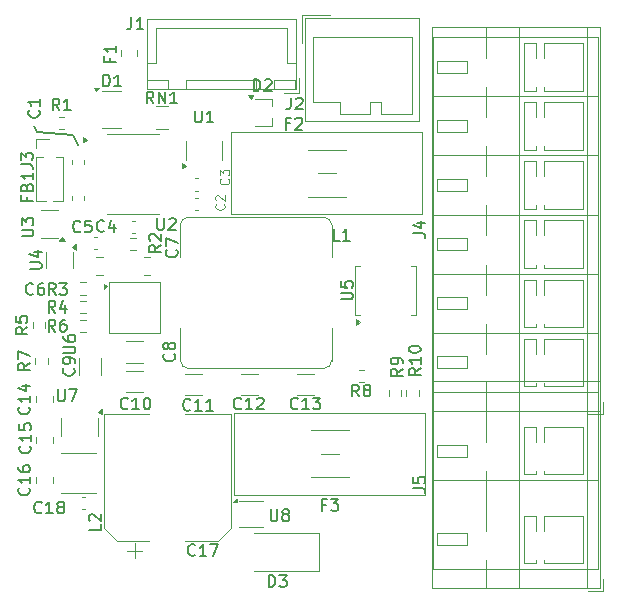
<source format=gbr>
%TF.GenerationSoftware,KiCad,Pcbnew,8.0.3*%
%TF.CreationDate,2024-06-13T00:54:22+02:00*%
%TF.ProjectId,pwm-ctrl,70776d2d-6374-4726-9c2e-6b696361645f,1*%
%TF.SameCoordinates,Original*%
%TF.FileFunction,Legend,Top*%
%TF.FilePolarity,Positive*%
%FSLAX46Y46*%
G04 Gerber Fmt 4.6, Leading zero omitted, Abs format (unit mm)*
G04 Created by KiCad (PCBNEW 8.0.3) date 2024-06-13 00:54:22*
%MOMM*%
%LPD*%
G01*
G04 APERTURE LIST*
%ADD10C,0.150000*%
%ADD11C,0.100000*%
%ADD12C,0.120000*%
G04 APERTURE END LIST*
D10*
X159000000Y-111750000D02*
X162000000Y-112000000D01*
X158750000Y-111250000D02*
X159000000Y-111750000D01*
X162000000Y-112000000D02*
X162433000Y-112820000D01*
X158155819Y-128284266D02*
X157679628Y-128617599D01*
X158155819Y-128855694D02*
X157155819Y-128855694D01*
X157155819Y-128855694D02*
X157155819Y-128474742D01*
X157155819Y-128474742D02*
X157203438Y-128379504D01*
X157203438Y-128379504D02*
X157251057Y-128331885D01*
X157251057Y-128331885D02*
X157346295Y-128284266D01*
X157346295Y-128284266D02*
X157489152Y-128284266D01*
X157489152Y-128284266D02*
X157584390Y-128331885D01*
X157584390Y-128331885D02*
X157632009Y-128379504D01*
X157632009Y-128379504D02*
X157679628Y-128474742D01*
X157679628Y-128474742D02*
X157679628Y-128855694D01*
X157155819Y-127379504D02*
X157155819Y-127855694D01*
X157155819Y-127855694D02*
X157632009Y-127903313D01*
X157632009Y-127903313D02*
X157584390Y-127855694D01*
X157584390Y-127855694D02*
X157536771Y-127760456D01*
X157536771Y-127760456D02*
X157536771Y-127522361D01*
X157536771Y-127522361D02*
X157584390Y-127427123D01*
X157584390Y-127427123D02*
X157632009Y-127379504D01*
X157632009Y-127379504D02*
X157727247Y-127331885D01*
X157727247Y-127331885D02*
X157965342Y-127331885D01*
X157965342Y-127331885D02*
X158060580Y-127379504D01*
X158060580Y-127379504D02*
X158108200Y-127427123D01*
X158108200Y-127427123D02*
X158155819Y-127522361D01*
X158155819Y-127522361D02*
X158155819Y-127760456D01*
X158155819Y-127760456D02*
X158108200Y-127855694D01*
X158108200Y-127855694D02*
X158060580Y-127903313D01*
X171957142Y-135259580D02*
X171909523Y-135307200D01*
X171909523Y-135307200D02*
X171766666Y-135354819D01*
X171766666Y-135354819D02*
X171671428Y-135354819D01*
X171671428Y-135354819D02*
X171528571Y-135307200D01*
X171528571Y-135307200D02*
X171433333Y-135211961D01*
X171433333Y-135211961D02*
X171385714Y-135116723D01*
X171385714Y-135116723D02*
X171338095Y-134926247D01*
X171338095Y-134926247D02*
X171338095Y-134783390D01*
X171338095Y-134783390D02*
X171385714Y-134592914D01*
X171385714Y-134592914D02*
X171433333Y-134497676D01*
X171433333Y-134497676D02*
X171528571Y-134402438D01*
X171528571Y-134402438D02*
X171671428Y-134354819D01*
X171671428Y-134354819D02*
X171766666Y-134354819D01*
X171766666Y-134354819D02*
X171909523Y-134402438D01*
X171909523Y-134402438D02*
X171957142Y-134450057D01*
X172909523Y-135354819D02*
X172338095Y-135354819D01*
X172623809Y-135354819D02*
X172623809Y-134354819D01*
X172623809Y-134354819D02*
X172528571Y-134497676D01*
X172528571Y-134497676D02*
X172433333Y-134592914D01*
X172433333Y-134592914D02*
X172338095Y-134640533D01*
X173861904Y-135354819D02*
X173290476Y-135354819D01*
X173576190Y-135354819D02*
X173576190Y-134354819D01*
X173576190Y-134354819D02*
X173480952Y-134497676D01*
X173480952Y-134497676D02*
X173385714Y-134592914D01*
X173385714Y-134592914D02*
X173290476Y-134640533D01*
X170569580Y-130536666D02*
X170617200Y-130584285D01*
X170617200Y-130584285D02*
X170664819Y-130727142D01*
X170664819Y-130727142D02*
X170664819Y-130822380D01*
X170664819Y-130822380D02*
X170617200Y-130965237D01*
X170617200Y-130965237D02*
X170521961Y-131060475D01*
X170521961Y-131060475D02*
X170426723Y-131108094D01*
X170426723Y-131108094D02*
X170236247Y-131155713D01*
X170236247Y-131155713D02*
X170093390Y-131155713D01*
X170093390Y-131155713D02*
X169902914Y-131108094D01*
X169902914Y-131108094D02*
X169807676Y-131060475D01*
X169807676Y-131060475D02*
X169712438Y-130965237D01*
X169712438Y-130965237D02*
X169664819Y-130822380D01*
X169664819Y-130822380D02*
X169664819Y-130727142D01*
X169664819Y-130727142D02*
X169712438Y-130584285D01*
X169712438Y-130584285D02*
X169760057Y-130536666D01*
X170093390Y-129965237D02*
X170045771Y-130060475D01*
X170045771Y-130060475D02*
X169998152Y-130108094D01*
X169998152Y-130108094D02*
X169902914Y-130155713D01*
X169902914Y-130155713D02*
X169855295Y-130155713D01*
X169855295Y-130155713D02*
X169760057Y-130108094D01*
X169760057Y-130108094D02*
X169712438Y-130060475D01*
X169712438Y-130060475D02*
X169664819Y-129965237D01*
X169664819Y-129965237D02*
X169664819Y-129774761D01*
X169664819Y-129774761D02*
X169712438Y-129679523D01*
X169712438Y-129679523D02*
X169760057Y-129631904D01*
X169760057Y-129631904D02*
X169855295Y-129584285D01*
X169855295Y-129584285D02*
X169902914Y-129584285D01*
X169902914Y-129584285D02*
X169998152Y-129631904D01*
X169998152Y-129631904D02*
X170045771Y-129679523D01*
X170045771Y-129679523D02*
X170093390Y-129774761D01*
X170093390Y-129774761D02*
X170093390Y-129965237D01*
X170093390Y-129965237D02*
X170141009Y-130060475D01*
X170141009Y-130060475D02*
X170188628Y-130108094D01*
X170188628Y-130108094D02*
X170283866Y-130155713D01*
X170283866Y-130155713D02*
X170474342Y-130155713D01*
X170474342Y-130155713D02*
X170569580Y-130108094D01*
X170569580Y-130108094D02*
X170617200Y-130060475D01*
X170617200Y-130060475D02*
X170664819Y-129965237D01*
X170664819Y-129965237D02*
X170664819Y-129774761D01*
X170664819Y-129774761D02*
X170617200Y-129679523D01*
X170617200Y-129679523D02*
X170569580Y-129631904D01*
X170569580Y-129631904D02*
X170474342Y-129584285D01*
X170474342Y-129584285D02*
X170283866Y-129584285D01*
X170283866Y-129584285D02*
X170188628Y-129631904D01*
X170188628Y-129631904D02*
X170141009Y-129679523D01*
X170141009Y-129679523D02*
X170093390Y-129774761D01*
X160869333Y-109928819D02*
X160536000Y-109452628D01*
X160297905Y-109928819D02*
X160297905Y-108928819D01*
X160297905Y-108928819D02*
X160678857Y-108928819D01*
X160678857Y-108928819D02*
X160774095Y-108976438D01*
X160774095Y-108976438D02*
X160821714Y-109024057D01*
X160821714Y-109024057D02*
X160869333Y-109119295D01*
X160869333Y-109119295D02*
X160869333Y-109262152D01*
X160869333Y-109262152D02*
X160821714Y-109357390D01*
X160821714Y-109357390D02*
X160774095Y-109405009D01*
X160774095Y-109405009D02*
X160678857Y-109452628D01*
X160678857Y-109452628D02*
X160297905Y-109452628D01*
X161821714Y-109928819D02*
X161250286Y-109928819D01*
X161536000Y-109928819D02*
X161536000Y-108928819D01*
X161536000Y-108928819D02*
X161440762Y-109071676D01*
X161440762Y-109071676D02*
X161345524Y-109166914D01*
X161345524Y-109166914D02*
X161250286Y-109214533D01*
X184583333Y-120954819D02*
X184107143Y-120954819D01*
X184107143Y-120954819D02*
X184107143Y-119954819D01*
X185440476Y-120954819D02*
X184869048Y-120954819D01*
X185154762Y-120954819D02*
X185154762Y-119954819D01*
X185154762Y-119954819D02*
X185059524Y-120097676D01*
X185059524Y-120097676D02*
X184964286Y-120192914D01*
X184964286Y-120192914D02*
X184869048Y-120240533D01*
X158106009Y-117258333D02*
X158106009Y-117591666D01*
X158629819Y-117591666D02*
X157629819Y-117591666D01*
X157629819Y-117591666D02*
X157629819Y-117115476D01*
X158106009Y-116401190D02*
X158153628Y-116258333D01*
X158153628Y-116258333D02*
X158201247Y-116210714D01*
X158201247Y-116210714D02*
X158296485Y-116163095D01*
X158296485Y-116163095D02*
X158439342Y-116163095D01*
X158439342Y-116163095D02*
X158534580Y-116210714D01*
X158534580Y-116210714D02*
X158582200Y-116258333D01*
X158582200Y-116258333D02*
X158629819Y-116353571D01*
X158629819Y-116353571D02*
X158629819Y-116734523D01*
X158629819Y-116734523D02*
X157629819Y-116734523D01*
X157629819Y-116734523D02*
X157629819Y-116401190D01*
X157629819Y-116401190D02*
X157677438Y-116305952D01*
X157677438Y-116305952D02*
X157725057Y-116258333D01*
X157725057Y-116258333D02*
X157820295Y-116210714D01*
X157820295Y-116210714D02*
X157915533Y-116210714D01*
X157915533Y-116210714D02*
X158010771Y-116258333D01*
X158010771Y-116258333D02*
X158058390Y-116305952D01*
X158058390Y-116305952D02*
X158106009Y-116401190D01*
X158106009Y-116401190D02*
X158106009Y-116734523D01*
X158629819Y-115210714D02*
X158629819Y-115782142D01*
X158629819Y-115496428D02*
X157629819Y-115496428D01*
X157629819Y-115496428D02*
X157772676Y-115591666D01*
X157772676Y-115591666D02*
X157867914Y-115686904D01*
X157867914Y-115686904D02*
X157915533Y-115782142D01*
X160518333Y-128654819D02*
X160185000Y-128178628D01*
X159946905Y-128654819D02*
X159946905Y-127654819D01*
X159946905Y-127654819D02*
X160327857Y-127654819D01*
X160327857Y-127654819D02*
X160423095Y-127702438D01*
X160423095Y-127702438D02*
X160470714Y-127750057D01*
X160470714Y-127750057D02*
X160518333Y-127845295D01*
X160518333Y-127845295D02*
X160518333Y-127988152D01*
X160518333Y-127988152D02*
X160470714Y-128083390D01*
X160470714Y-128083390D02*
X160423095Y-128131009D01*
X160423095Y-128131009D02*
X160327857Y-128178628D01*
X160327857Y-128178628D02*
X159946905Y-128178628D01*
X161375476Y-127654819D02*
X161185000Y-127654819D01*
X161185000Y-127654819D02*
X161089762Y-127702438D01*
X161089762Y-127702438D02*
X161042143Y-127750057D01*
X161042143Y-127750057D02*
X160946905Y-127892914D01*
X160946905Y-127892914D02*
X160899286Y-128083390D01*
X160899286Y-128083390D02*
X160899286Y-128464342D01*
X160899286Y-128464342D02*
X160946905Y-128559580D01*
X160946905Y-128559580D02*
X160994524Y-128607200D01*
X160994524Y-128607200D02*
X161089762Y-128654819D01*
X161089762Y-128654819D02*
X161280238Y-128654819D01*
X161280238Y-128654819D02*
X161375476Y-128607200D01*
X161375476Y-128607200D02*
X161423095Y-128559580D01*
X161423095Y-128559580D02*
X161470714Y-128464342D01*
X161470714Y-128464342D02*
X161470714Y-128226247D01*
X161470714Y-128226247D02*
X161423095Y-128131009D01*
X161423095Y-128131009D02*
X161375476Y-128083390D01*
X161375476Y-128083390D02*
X161280238Y-128035771D01*
X161280238Y-128035771D02*
X161089762Y-128035771D01*
X161089762Y-128035771D02*
X160994524Y-128083390D01*
X160994524Y-128083390D02*
X160946905Y-128131009D01*
X160946905Y-128131009D02*
X160899286Y-128226247D01*
X189924819Y-131806666D02*
X189448628Y-132139999D01*
X189924819Y-132378094D02*
X188924819Y-132378094D01*
X188924819Y-132378094D02*
X188924819Y-131997142D01*
X188924819Y-131997142D02*
X188972438Y-131901904D01*
X188972438Y-131901904D02*
X189020057Y-131854285D01*
X189020057Y-131854285D02*
X189115295Y-131806666D01*
X189115295Y-131806666D02*
X189258152Y-131806666D01*
X189258152Y-131806666D02*
X189353390Y-131854285D01*
X189353390Y-131854285D02*
X189401009Y-131901904D01*
X189401009Y-131901904D02*
X189448628Y-131997142D01*
X189448628Y-131997142D02*
X189448628Y-132378094D01*
X189924819Y-131330475D02*
X189924819Y-131139999D01*
X189924819Y-131139999D02*
X189877200Y-131044761D01*
X189877200Y-131044761D02*
X189829580Y-130997142D01*
X189829580Y-130997142D02*
X189686723Y-130901904D01*
X189686723Y-130901904D02*
X189496247Y-130854285D01*
X189496247Y-130854285D02*
X189115295Y-130854285D01*
X189115295Y-130854285D02*
X189020057Y-130901904D01*
X189020057Y-130901904D02*
X188972438Y-130949523D01*
X188972438Y-130949523D02*
X188924819Y-131044761D01*
X188924819Y-131044761D02*
X188924819Y-131235237D01*
X188924819Y-131235237D02*
X188972438Y-131330475D01*
X188972438Y-131330475D02*
X189020057Y-131378094D01*
X189020057Y-131378094D02*
X189115295Y-131425713D01*
X189115295Y-131425713D02*
X189353390Y-131425713D01*
X189353390Y-131425713D02*
X189448628Y-131378094D01*
X189448628Y-131378094D02*
X189496247Y-131330475D01*
X189496247Y-131330475D02*
X189543866Y-131235237D01*
X189543866Y-131235237D02*
X189543866Y-131044761D01*
X189543866Y-131044761D02*
X189496247Y-130949523D01*
X189496247Y-130949523D02*
X189448628Y-130901904D01*
X189448628Y-130901904D02*
X189353390Y-130854285D01*
X159357142Y-143959580D02*
X159309523Y-144007200D01*
X159309523Y-144007200D02*
X159166666Y-144054819D01*
X159166666Y-144054819D02*
X159071428Y-144054819D01*
X159071428Y-144054819D02*
X158928571Y-144007200D01*
X158928571Y-144007200D02*
X158833333Y-143911961D01*
X158833333Y-143911961D02*
X158785714Y-143816723D01*
X158785714Y-143816723D02*
X158738095Y-143626247D01*
X158738095Y-143626247D02*
X158738095Y-143483390D01*
X158738095Y-143483390D02*
X158785714Y-143292914D01*
X158785714Y-143292914D02*
X158833333Y-143197676D01*
X158833333Y-143197676D02*
X158928571Y-143102438D01*
X158928571Y-143102438D02*
X159071428Y-143054819D01*
X159071428Y-143054819D02*
X159166666Y-143054819D01*
X159166666Y-143054819D02*
X159309523Y-143102438D01*
X159309523Y-143102438D02*
X159357142Y-143150057D01*
X160309523Y-144054819D02*
X159738095Y-144054819D01*
X160023809Y-144054819D02*
X160023809Y-143054819D01*
X160023809Y-143054819D02*
X159928571Y-143197676D01*
X159928571Y-143197676D02*
X159833333Y-143292914D01*
X159833333Y-143292914D02*
X159738095Y-143340533D01*
X160880952Y-143483390D02*
X160785714Y-143435771D01*
X160785714Y-143435771D02*
X160738095Y-143388152D01*
X160738095Y-143388152D02*
X160690476Y-143292914D01*
X160690476Y-143292914D02*
X160690476Y-143245295D01*
X160690476Y-143245295D02*
X160738095Y-143150057D01*
X160738095Y-143150057D02*
X160785714Y-143102438D01*
X160785714Y-143102438D02*
X160880952Y-143054819D01*
X160880952Y-143054819D02*
X161071428Y-143054819D01*
X161071428Y-143054819D02*
X161166666Y-143102438D01*
X161166666Y-143102438D02*
X161214285Y-143150057D01*
X161214285Y-143150057D02*
X161261904Y-143245295D01*
X161261904Y-143245295D02*
X161261904Y-143292914D01*
X161261904Y-143292914D02*
X161214285Y-143388152D01*
X161214285Y-143388152D02*
X161166666Y-143435771D01*
X161166666Y-143435771D02*
X161071428Y-143483390D01*
X161071428Y-143483390D02*
X160880952Y-143483390D01*
X160880952Y-143483390D02*
X160785714Y-143531009D01*
X160785714Y-143531009D02*
X160738095Y-143578628D01*
X160738095Y-143578628D02*
X160690476Y-143673866D01*
X160690476Y-143673866D02*
X160690476Y-143864342D01*
X160690476Y-143864342D02*
X160738095Y-143959580D01*
X160738095Y-143959580D02*
X160785714Y-144007200D01*
X160785714Y-144007200D02*
X160880952Y-144054819D01*
X160880952Y-144054819D02*
X161071428Y-144054819D01*
X161071428Y-144054819D02*
X161166666Y-144007200D01*
X161166666Y-144007200D02*
X161214285Y-143959580D01*
X161214285Y-143959580D02*
X161261904Y-143864342D01*
X161261904Y-143864342D02*
X161261904Y-143673866D01*
X161261904Y-143673866D02*
X161214285Y-143578628D01*
X161214285Y-143578628D02*
X161166666Y-143531009D01*
X161166666Y-143531009D02*
X161071428Y-143483390D01*
X170769580Y-121736666D02*
X170817200Y-121784285D01*
X170817200Y-121784285D02*
X170864819Y-121927142D01*
X170864819Y-121927142D02*
X170864819Y-122022380D01*
X170864819Y-122022380D02*
X170817200Y-122165237D01*
X170817200Y-122165237D02*
X170721961Y-122260475D01*
X170721961Y-122260475D02*
X170626723Y-122308094D01*
X170626723Y-122308094D02*
X170436247Y-122355713D01*
X170436247Y-122355713D02*
X170293390Y-122355713D01*
X170293390Y-122355713D02*
X170102914Y-122308094D01*
X170102914Y-122308094D02*
X170007676Y-122260475D01*
X170007676Y-122260475D02*
X169912438Y-122165237D01*
X169912438Y-122165237D02*
X169864819Y-122022380D01*
X169864819Y-122022380D02*
X169864819Y-121927142D01*
X169864819Y-121927142D02*
X169912438Y-121784285D01*
X169912438Y-121784285D02*
X169960057Y-121736666D01*
X169864819Y-121403332D02*
X169864819Y-120736666D01*
X169864819Y-120736666D02*
X170864819Y-121165237D01*
X158354819Y-123361904D02*
X159164342Y-123361904D01*
X159164342Y-123361904D02*
X159259580Y-123314285D01*
X159259580Y-123314285D02*
X159307200Y-123266666D01*
X159307200Y-123266666D02*
X159354819Y-123171428D01*
X159354819Y-123171428D02*
X159354819Y-122980952D01*
X159354819Y-122980952D02*
X159307200Y-122885714D01*
X159307200Y-122885714D02*
X159259580Y-122838095D01*
X159259580Y-122838095D02*
X159164342Y-122790476D01*
X159164342Y-122790476D02*
X158354819Y-122790476D01*
X158688152Y-121885714D02*
X159354819Y-121885714D01*
X158307200Y-122123809D02*
X159021485Y-122361904D01*
X159021485Y-122361904D02*
X159021485Y-121742857D01*
X166966666Y-102054819D02*
X166966666Y-102769104D01*
X166966666Y-102769104D02*
X166919047Y-102911961D01*
X166919047Y-102911961D02*
X166823809Y-103007200D01*
X166823809Y-103007200D02*
X166680952Y-103054819D01*
X166680952Y-103054819D02*
X166585714Y-103054819D01*
X167966666Y-103054819D02*
X167395238Y-103054819D01*
X167680952Y-103054819D02*
X167680952Y-102054819D01*
X167680952Y-102054819D02*
X167585714Y-102197676D01*
X167585714Y-102197676D02*
X167490476Y-102292914D01*
X167490476Y-102292914D02*
X167395238Y-102340533D01*
X178585905Y-150274819D02*
X178585905Y-149274819D01*
X178585905Y-149274819D02*
X178824000Y-149274819D01*
X178824000Y-149274819D02*
X178966857Y-149322438D01*
X178966857Y-149322438D02*
X179062095Y-149417676D01*
X179062095Y-149417676D02*
X179109714Y-149512914D01*
X179109714Y-149512914D02*
X179157333Y-149703390D01*
X179157333Y-149703390D02*
X179157333Y-149846247D01*
X179157333Y-149846247D02*
X179109714Y-150036723D01*
X179109714Y-150036723D02*
X179062095Y-150131961D01*
X179062095Y-150131961D02*
X178966857Y-150227200D01*
X178966857Y-150227200D02*
X178824000Y-150274819D01*
X178824000Y-150274819D02*
X178585905Y-150274819D01*
X179490667Y-149274819D02*
X180109714Y-149274819D01*
X180109714Y-149274819D02*
X179776381Y-149655771D01*
X179776381Y-149655771D02*
X179919238Y-149655771D01*
X179919238Y-149655771D02*
X180014476Y-149703390D01*
X180014476Y-149703390D02*
X180062095Y-149751009D01*
X180062095Y-149751009D02*
X180109714Y-149846247D01*
X180109714Y-149846247D02*
X180109714Y-150084342D01*
X180109714Y-150084342D02*
X180062095Y-150179580D01*
X180062095Y-150179580D02*
X180014476Y-150227200D01*
X180014476Y-150227200D02*
X179919238Y-150274819D01*
X179919238Y-150274819D02*
X179633524Y-150274819D01*
X179633524Y-150274819D02*
X179538286Y-150227200D01*
X179538286Y-150227200D02*
X179490667Y-150179580D01*
X183416666Y-143301009D02*
X183083333Y-143301009D01*
X183083333Y-143824819D02*
X183083333Y-142824819D01*
X183083333Y-142824819D02*
X183559523Y-142824819D01*
X183845238Y-142824819D02*
X184464285Y-142824819D01*
X184464285Y-142824819D02*
X184130952Y-143205771D01*
X184130952Y-143205771D02*
X184273809Y-143205771D01*
X184273809Y-143205771D02*
X184369047Y-143253390D01*
X184369047Y-143253390D02*
X184416666Y-143301009D01*
X184416666Y-143301009D02*
X184464285Y-143396247D01*
X184464285Y-143396247D02*
X184464285Y-143634342D01*
X184464285Y-143634342D02*
X184416666Y-143729580D01*
X184416666Y-143729580D02*
X184369047Y-143777200D01*
X184369047Y-143777200D02*
X184273809Y-143824819D01*
X184273809Y-143824819D02*
X183988095Y-143824819D01*
X183988095Y-143824819D02*
X183892857Y-143777200D01*
X183892857Y-143777200D02*
X183845238Y-143729580D01*
X186233333Y-134154819D02*
X185900000Y-133678628D01*
X185661905Y-134154819D02*
X185661905Y-133154819D01*
X185661905Y-133154819D02*
X186042857Y-133154819D01*
X186042857Y-133154819D02*
X186138095Y-133202438D01*
X186138095Y-133202438D02*
X186185714Y-133250057D01*
X186185714Y-133250057D02*
X186233333Y-133345295D01*
X186233333Y-133345295D02*
X186233333Y-133488152D01*
X186233333Y-133488152D02*
X186185714Y-133583390D01*
X186185714Y-133583390D02*
X186138095Y-133631009D01*
X186138095Y-133631009D02*
X186042857Y-133678628D01*
X186042857Y-133678628D02*
X185661905Y-133678628D01*
X186804762Y-133583390D02*
X186709524Y-133535771D01*
X186709524Y-133535771D02*
X186661905Y-133488152D01*
X186661905Y-133488152D02*
X186614286Y-133392914D01*
X186614286Y-133392914D02*
X186614286Y-133345295D01*
X186614286Y-133345295D02*
X186661905Y-133250057D01*
X186661905Y-133250057D02*
X186709524Y-133202438D01*
X186709524Y-133202438D02*
X186804762Y-133154819D01*
X186804762Y-133154819D02*
X186995238Y-133154819D01*
X186995238Y-133154819D02*
X187090476Y-133202438D01*
X187090476Y-133202438D02*
X187138095Y-133250057D01*
X187138095Y-133250057D02*
X187185714Y-133345295D01*
X187185714Y-133345295D02*
X187185714Y-133392914D01*
X187185714Y-133392914D02*
X187138095Y-133488152D01*
X187138095Y-133488152D02*
X187090476Y-133535771D01*
X187090476Y-133535771D02*
X186995238Y-133583390D01*
X186995238Y-133583390D02*
X186804762Y-133583390D01*
X186804762Y-133583390D02*
X186709524Y-133631009D01*
X186709524Y-133631009D02*
X186661905Y-133678628D01*
X186661905Y-133678628D02*
X186614286Y-133773866D01*
X186614286Y-133773866D02*
X186614286Y-133964342D01*
X186614286Y-133964342D02*
X186661905Y-134059580D01*
X186661905Y-134059580D02*
X186709524Y-134107200D01*
X186709524Y-134107200D02*
X186804762Y-134154819D01*
X186804762Y-134154819D02*
X186995238Y-134154819D01*
X186995238Y-134154819D02*
X187090476Y-134107200D01*
X187090476Y-134107200D02*
X187138095Y-134059580D01*
X187138095Y-134059580D02*
X187185714Y-133964342D01*
X187185714Y-133964342D02*
X187185714Y-133773866D01*
X187185714Y-133773866D02*
X187138095Y-133678628D01*
X187138095Y-133678628D02*
X187090476Y-133631009D01*
X187090476Y-133631009D02*
X186995238Y-133583390D01*
D11*
X175167704Y-115703332D02*
X175205800Y-115741428D01*
X175205800Y-115741428D02*
X175243895Y-115855713D01*
X175243895Y-115855713D02*
X175243895Y-115931904D01*
X175243895Y-115931904D02*
X175205800Y-116046190D01*
X175205800Y-116046190D02*
X175129609Y-116122380D01*
X175129609Y-116122380D02*
X175053419Y-116160475D01*
X175053419Y-116160475D02*
X174901038Y-116198571D01*
X174901038Y-116198571D02*
X174786752Y-116198571D01*
X174786752Y-116198571D02*
X174634371Y-116160475D01*
X174634371Y-116160475D02*
X174558180Y-116122380D01*
X174558180Y-116122380D02*
X174481990Y-116046190D01*
X174481990Y-116046190D02*
X174443895Y-115931904D01*
X174443895Y-115931904D02*
X174443895Y-115855713D01*
X174443895Y-115855713D02*
X174481990Y-115741428D01*
X174481990Y-115741428D02*
X174520085Y-115703332D01*
X174443895Y-115436666D02*
X174443895Y-114941428D01*
X174443895Y-114941428D02*
X174748657Y-115208094D01*
X174748657Y-115208094D02*
X174748657Y-115093809D01*
X174748657Y-115093809D02*
X174786752Y-115017618D01*
X174786752Y-115017618D02*
X174824847Y-114979523D01*
X174824847Y-114979523D02*
X174901038Y-114941428D01*
X174901038Y-114941428D02*
X175091514Y-114941428D01*
X175091514Y-114941428D02*
X175167704Y-114979523D01*
X175167704Y-114979523D02*
X175205800Y-115017618D01*
X175205800Y-115017618D02*
X175243895Y-115093809D01*
X175243895Y-115093809D02*
X175243895Y-115322380D01*
X175243895Y-115322380D02*
X175205800Y-115398571D01*
X175205800Y-115398571D02*
X175167704Y-115436666D01*
D10*
X161204819Y-130511904D02*
X162014342Y-130511904D01*
X162014342Y-130511904D02*
X162109580Y-130464285D01*
X162109580Y-130464285D02*
X162157200Y-130416666D01*
X162157200Y-130416666D02*
X162204819Y-130321428D01*
X162204819Y-130321428D02*
X162204819Y-130130952D01*
X162204819Y-130130952D02*
X162157200Y-130035714D01*
X162157200Y-130035714D02*
X162109580Y-129988095D01*
X162109580Y-129988095D02*
X162014342Y-129940476D01*
X162014342Y-129940476D02*
X161204819Y-129940476D01*
X161204819Y-129035714D02*
X161204819Y-129226190D01*
X161204819Y-129226190D02*
X161252438Y-129321428D01*
X161252438Y-129321428D02*
X161300057Y-129369047D01*
X161300057Y-129369047D02*
X161442914Y-129464285D01*
X161442914Y-129464285D02*
X161633390Y-129511904D01*
X161633390Y-129511904D02*
X162014342Y-129511904D01*
X162014342Y-129511904D02*
X162109580Y-129464285D01*
X162109580Y-129464285D02*
X162157200Y-129416666D01*
X162157200Y-129416666D02*
X162204819Y-129321428D01*
X162204819Y-129321428D02*
X162204819Y-129130952D01*
X162204819Y-129130952D02*
X162157200Y-129035714D01*
X162157200Y-129035714D02*
X162109580Y-128988095D01*
X162109580Y-128988095D02*
X162014342Y-128940476D01*
X162014342Y-128940476D02*
X161776247Y-128940476D01*
X161776247Y-128940476D02*
X161681009Y-128988095D01*
X161681009Y-128988095D02*
X161633390Y-129035714D01*
X161633390Y-129035714D02*
X161585771Y-129130952D01*
X161585771Y-129130952D02*
X161585771Y-129321428D01*
X161585771Y-129321428D02*
X161633390Y-129416666D01*
X161633390Y-129416666D02*
X161681009Y-129464285D01*
X161681009Y-129464285D02*
X161776247Y-129511904D01*
X164643333Y-120129580D02*
X164595714Y-120177200D01*
X164595714Y-120177200D02*
X164452857Y-120224819D01*
X164452857Y-120224819D02*
X164357619Y-120224819D01*
X164357619Y-120224819D02*
X164214762Y-120177200D01*
X164214762Y-120177200D02*
X164119524Y-120081961D01*
X164119524Y-120081961D02*
X164071905Y-119986723D01*
X164071905Y-119986723D02*
X164024286Y-119796247D01*
X164024286Y-119796247D02*
X164024286Y-119653390D01*
X164024286Y-119653390D02*
X164071905Y-119462914D01*
X164071905Y-119462914D02*
X164119524Y-119367676D01*
X164119524Y-119367676D02*
X164214762Y-119272438D01*
X164214762Y-119272438D02*
X164357619Y-119224819D01*
X164357619Y-119224819D02*
X164452857Y-119224819D01*
X164452857Y-119224819D02*
X164595714Y-119272438D01*
X164595714Y-119272438D02*
X164643333Y-119320057D01*
X165500476Y-119558152D02*
X165500476Y-120224819D01*
X165262381Y-119177200D02*
X165024286Y-119891485D01*
X165024286Y-119891485D02*
X165643333Y-119891485D01*
X190834819Y-120333333D02*
X191549104Y-120333333D01*
X191549104Y-120333333D02*
X191691961Y-120380952D01*
X191691961Y-120380952D02*
X191787200Y-120476190D01*
X191787200Y-120476190D02*
X191834819Y-120619047D01*
X191834819Y-120619047D02*
X191834819Y-120714285D01*
X191168152Y-119428571D02*
X191834819Y-119428571D01*
X190787200Y-119666666D02*
X191501485Y-119904761D01*
X191501485Y-119904761D02*
X191501485Y-119285714D01*
X164354819Y-144966666D02*
X164354819Y-145442856D01*
X164354819Y-145442856D02*
X163354819Y-145442856D01*
X163450057Y-144680951D02*
X163402438Y-144633332D01*
X163402438Y-144633332D02*
X163354819Y-144538094D01*
X163354819Y-144538094D02*
X163354819Y-144299999D01*
X163354819Y-144299999D02*
X163402438Y-144204761D01*
X163402438Y-144204761D02*
X163450057Y-144157142D01*
X163450057Y-144157142D02*
X163545295Y-144109523D01*
X163545295Y-144109523D02*
X163640533Y-144109523D01*
X163640533Y-144109523D02*
X163783390Y-144157142D01*
X163783390Y-144157142D02*
X164354819Y-144728570D01*
X164354819Y-144728570D02*
X164354819Y-144109523D01*
X168829123Y-109344619D02*
X168495790Y-108868428D01*
X168257695Y-109344619D02*
X168257695Y-108344619D01*
X168257695Y-108344619D02*
X168638647Y-108344619D01*
X168638647Y-108344619D02*
X168733885Y-108392238D01*
X168733885Y-108392238D02*
X168781504Y-108439857D01*
X168781504Y-108439857D02*
X168829123Y-108535095D01*
X168829123Y-108535095D02*
X168829123Y-108677952D01*
X168829123Y-108677952D02*
X168781504Y-108773190D01*
X168781504Y-108773190D02*
X168733885Y-108820809D01*
X168733885Y-108820809D02*
X168638647Y-108868428D01*
X168638647Y-108868428D02*
X168257695Y-108868428D01*
X169257695Y-109344619D02*
X169257695Y-108344619D01*
X169257695Y-108344619D02*
X169829123Y-109344619D01*
X169829123Y-109344619D02*
X169829123Y-108344619D01*
X170829123Y-109344619D02*
X170257695Y-109344619D01*
X170543409Y-109344619D02*
X170543409Y-108344619D01*
X170543409Y-108344619D02*
X170448171Y-108487476D01*
X170448171Y-108487476D02*
X170352933Y-108582714D01*
X170352933Y-108582714D02*
X170257695Y-108630333D01*
X190834819Y-141933333D02*
X191549104Y-141933333D01*
X191549104Y-141933333D02*
X191691961Y-141980952D01*
X191691961Y-141980952D02*
X191787200Y-142076190D01*
X191787200Y-142076190D02*
X191834819Y-142219047D01*
X191834819Y-142219047D02*
X191834819Y-142314285D01*
X190834819Y-140980952D02*
X190834819Y-141457142D01*
X190834819Y-141457142D02*
X191311009Y-141504761D01*
X191311009Y-141504761D02*
X191263390Y-141457142D01*
X191263390Y-141457142D02*
X191215771Y-141361904D01*
X191215771Y-141361904D02*
X191215771Y-141123809D01*
X191215771Y-141123809D02*
X191263390Y-141028571D01*
X191263390Y-141028571D02*
X191311009Y-140980952D01*
X191311009Y-140980952D02*
X191406247Y-140933333D01*
X191406247Y-140933333D02*
X191644342Y-140933333D01*
X191644342Y-140933333D02*
X191739580Y-140980952D01*
X191739580Y-140980952D02*
X191787200Y-141028571D01*
X191787200Y-141028571D02*
X191834819Y-141123809D01*
X191834819Y-141123809D02*
X191834819Y-141361904D01*
X191834819Y-141361904D02*
X191787200Y-141457142D01*
X191787200Y-141457142D02*
X191739580Y-141504761D01*
X159109580Y-109916666D02*
X159157200Y-109964285D01*
X159157200Y-109964285D02*
X159204819Y-110107142D01*
X159204819Y-110107142D02*
X159204819Y-110202380D01*
X159204819Y-110202380D02*
X159157200Y-110345237D01*
X159157200Y-110345237D02*
X159061961Y-110440475D01*
X159061961Y-110440475D02*
X158966723Y-110488094D01*
X158966723Y-110488094D02*
X158776247Y-110535713D01*
X158776247Y-110535713D02*
X158633390Y-110535713D01*
X158633390Y-110535713D02*
X158442914Y-110488094D01*
X158442914Y-110488094D02*
X158347676Y-110440475D01*
X158347676Y-110440475D02*
X158252438Y-110345237D01*
X158252438Y-110345237D02*
X158204819Y-110202380D01*
X158204819Y-110202380D02*
X158204819Y-110107142D01*
X158204819Y-110107142D02*
X158252438Y-109964285D01*
X158252438Y-109964285D02*
X158300057Y-109916666D01*
X159204819Y-108964285D02*
X159204819Y-109535713D01*
X159204819Y-109249999D02*
X158204819Y-109249999D01*
X158204819Y-109249999D02*
X158347676Y-109345237D01*
X158347676Y-109345237D02*
X158442914Y-109440475D01*
X158442914Y-109440475D02*
X158490533Y-109535713D01*
X157629819Y-114508333D02*
X158344104Y-114508333D01*
X158344104Y-114508333D02*
X158486961Y-114555952D01*
X158486961Y-114555952D02*
X158582200Y-114651190D01*
X158582200Y-114651190D02*
X158629819Y-114794047D01*
X158629819Y-114794047D02*
X158629819Y-114889285D01*
X157629819Y-114127380D02*
X157629819Y-113508333D01*
X157629819Y-113508333D02*
X158010771Y-113841666D01*
X158010771Y-113841666D02*
X158010771Y-113698809D01*
X158010771Y-113698809D02*
X158058390Y-113603571D01*
X158058390Y-113603571D02*
X158106009Y-113555952D01*
X158106009Y-113555952D02*
X158201247Y-113508333D01*
X158201247Y-113508333D02*
X158439342Y-113508333D01*
X158439342Y-113508333D02*
X158534580Y-113555952D01*
X158534580Y-113555952D02*
X158582200Y-113603571D01*
X158582200Y-113603571D02*
X158629819Y-113698809D01*
X158629819Y-113698809D02*
X158629819Y-113984523D01*
X158629819Y-113984523D02*
X158582200Y-114079761D01*
X158582200Y-114079761D02*
X158534580Y-114127380D01*
D11*
X174786704Y-117862332D02*
X174824800Y-117900428D01*
X174824800Y-117900428D02*
X174862895Y-118014713D01*
X174862895Y-118014713D02*
X174862895Y-118090904D01*
X174862895Y-118090904D02*
X174824800Y-118205190D01*
X174824800Y-118205190D02*
X174748609Y-118281380D01*
X174748609Y-118281380D02*
X174672419Y-118319475D01*
X174672419Y-118319475D02*
X174520038Y-118357571D01*
X174520038Y-118357571D02*
X174405752Y-118357571D01*
X174405752Y-118357571D02*
X174253371Y-118319475D01*
X174253371Y-118319475D02*
X174177180Y-118281380D01*
X174177180Y-118281380D02*
X174100990Y-118205190D01*
X174100990Y-118205190D02*
X174062895Y-118090904D01*
X174062895Y-118090904D02*
X174062895Y-118014713D01*
X174062895Y-118014713D02*
X174100990Y-117900428D01*
X174100990Y-117900428D02*
X174139085Y-117862332D01*
X174139085Y-117557571D02*
X174100990Y-117519475D01*
X174100990Y-117519475D02*
X174062895Y-117443285D01*
X174062895Y-117443285D02*
X174062895Y-117252809D01*
X174062895Y-117252809D02*
X174100990Y-117176618D01*
X174100990Y-117176618D02*
X174139085Y-117138523D01*
X174139085Y-117138523D02*
X174215276Y-117100428D01*
X174215276Y-117100428D02*
X174291466Y-117100428D01*
X174291466Y-117100428D02*
X174405752Y-117138523D01*
X174405752Y-117138523D02*
X174862895Y-117595666D01*
X174862895Y-117595666D02*
X174862895Y-117100428D01*
D10*
X169464819Y-121336666D02*
X168988628Y-121669999D01*
X169464819Y-121908094D02*
X168464819Y-121908094D01*
X168464819Y-121908094D02*
X168464819Y-121527142D01*
X168464819Y-121527142D02*
X168512438Y-121431904D01*
X168512438Y-121431904D02*
X168560057Y-121384285D01*
X168560057Y-121384285D02*
X168655295Y-121336666D01*
X168655295Y-121336666D02*
X168798152Y-121336666D01*
X168798152Y-121336666D02*
X168893390Y-121384285D01*
X168893390Y-121384285D02*
X168941009Y-121431904D01*
X168941009Y-121431904D02*
X168988628Y-121527142D01*
X168988628Y-121527142D02*
X168988628Y-121908094D01*
X168560057Y-120955713D02*
X168512438Y-120908094D01*
X168512438Y-120908094D02*
X168464819Y-120812856D01*
X168464819Y-120812856D02*
X168464819Y-120574761D01*
X168464819Y-120574761D02*
X168512438Y-120479523D01*
X168512438Y-120479523D02*
X168560057Y-120431904D01*
X168560057Y-120431904D02*
X168655295Y-120384285D01*
X168655295Y-120384285D02*
X168750533Y-120384285D01*
X168750533Y-120384285D02*
X168893390Y-120431904D01*
X168893390Y-120431904D02*
X169464819Y-121003332D01*
X169464819Y-121003332D02*
X169464819Y-120384285D01*
X172357142Y-147559580D02*
X172309523Y-147607200D01*
X172309523Y-147607200D02*
X172166666Y-147654819D01*
X172166666Y-147654819D02*
X172071428Y-147654819D01*
X172071428Y-147654819D02*
X171928571Y-147607200D01*
X171928571Y-147607200D02*
X171833333Y-147511961D01*
X171833333Y-147511961D02*
X171785714Y-147416723D01*
X171785714Y-147416723D02*
X171738095Y-147226247D01*
X171738095Y-147226247D02*
X171738095Y-147083390D01*
X171738095Y-147083390D02*
X171785714Y-146892914D01*
X171785714Y-146892914D02*
X171833333Y-146797676D01*
X171833333Y-146797676D02*
X171928571Y-146702438D01*
X171928571Y-146702438D02*
X172071428Y-146654819D01*
X172071428Y-146654819D02*
X172166666Y-146654819D01*
X172166666Y-146654819D02*
X172309523Y-146702438D01*
X172309523Y-146702438D02*
X172357142Y-146750057D01*
X173309523Y-147654819D02*
X172738095Y-147654819D01*
X173023809Y-147654819D02*
X173023809Y-146654819D01*
X173023809Y-146654819D02*
X172928571Y-146797676D01*
X172928571Y-146797676D02*
X172833333Y-146892914D01*
X172833333Y-146892914D02*
X172738095Y-146940533D01*
X173642857Y-146654819D02*
X174309523Y-146654819D01*
X174309523Y-146654819D02*
X173880952Y-147654819D01*
X158359019Y-131319066D02*
X157882828Y-131652399D01*
X158359019Y-131890494D02*
X157359019Y-131890494D01*
X157359019Y-131890494D02*
X157359019Y-131509542D01*
X157359019Y-131509542D02*
X157406638Y-131414304D01*
X157406638Y-131414304D02*
X157454257Y-131366685D01*
X157454257Y-131366685D02*
X157549495Y-131319066D01*
X157549495Y-131319066D02*
X157692352Y-131319066D01*
X157692352Y-131319066D02*
X157787590Y-131366685D01*
X157787590Y-131366685D02*
X157835209Y-131414304D01*
X157835209Y-131414304D02*
X157882828Y-131509542D01*
X157882828Y-131509542D02*
X157882828Y-131890494D01*
X157359019Y-130985732D02*
X157359019Y-130319066D01*
X157359019Y-130319066D02*
X158359019Y-130747637D01*
X160738095Y-133554819D02*
X160738095Y-134364342D01*
X160738095Y-134364342D02*
X160785714Y-134459580D01*
X160785714Y-134459580D02*
X160833333Y-134507200D01*
X160833333Y-134507200D02*
X160928571Y-134554819D01*
X160928571Y-134554819D02*
X161119047Y-134554819D01*
X161119047Y-134554819D02*
X161214285Y-134507200D01*
X161214285Y-134507200D02*
X161261904Y-134459580D01*
X161261904Y-134459580D02*
X161309523Y-134364342D01*
X161309523Y-134364342D02*
X161309523Y-133554819D01*
X161690476Y-133554819D02*
X162357142Y-133554819D01*
X162357142Y-133554819D02*
X161928571Y-134554819D01*
X162633333Y-120159580D02*
X162585714Y-120207200D01*
X162585714Y-120207200D02*
X162442857Y-120254819D01*
X162442857Y-120254819D02*
X162347619Y-120254819D01*
X162347619Y-120254819D02*
X162204762Y-120207200D01*
X162204762Y-120207200D02*
X162109524Y-120111961D01*
X162109524Y-120111961D02*
X162061905Y-120016723D01*
X162061905Y-120016723D02*
X162014286Y-119826247D01*
X162014286Y-119826247D02*
X162014286Y-119683390D01*
X162014286Y-119683390D02*
X162061905Y-119492914D01*
X162061905Y-119492914D02*
X162109524Y-119397676D01*
X162109524Y-119397676D02*
X162204762Y-119302438D01*
X162204762Y-119302438D02*
X162347619Y-119254819D01*
X162347619Y-119254819D02*
X162442857Y-119254819D01*
X162442857Y-119254819D02*
X162585714Y-119302438D01*
X162585714Y-119302438D02*
X162633333Y-119350057D01*
X163538095Y-119254819D02*
X163061905Y-119254819D01*
X163061905Y-119254819D02*
X163014286Y-119731009D01*
X163014286Y-119731009D02*
X163061905Y-119683390D01*
X163061905Y-119683390D02*
X163157143Y-119635771D01*
X163157143Y-119635771D02*
X163395238Y-119635771D01*
X163395238Y-119635771D02*
X163490476Y-119683390D01*
X163490476Y-119683390D02*
X163538095Y-119731009D01*
X163538095Y-119731009D02*
X163585714Y-119826247D01*
X163585714Y-119826247D02*
X163585714Y-120064342D01*
X163585714Y-120064342D02*
X163538095Y-120159580D01*
X163538095Y-120159580D02*
X163490476Y-120207200D01*
X163490476Y-120207200D02*
X163395238Y-120254819D01*
X163395238Y-120254819D02*
X163157143Y-120254819D01*
X163157143Y-120254819D02*
X163061905Y-120207200D01*
X163061905Y-120207200D02*
X163014286Y-120159580D01*
X177311905Y-108304819D02*
X177311905Y-107304819D01*
X177311905Y-107304819D02*
X177550000Y-107304819D01*
X177550000Y-107304819D02*
X177692857Y-107352438D01*
X177692857Y-107352438D02*
X177788095Y-107447676D01*
X177788095Y-107447676D02*
X177835714Y-107542914D01*
X177835714Y-107542914D02*
X177883333Y-107733390D01*
X177883333Y-107733390D02*
X177883333Y-107876247D01*
X177883333Y-107876247D02*
X177835714Y-108066723D01*
X177835714Y-108066723D02*
X177788095Y-108161961D01*
X177788095Y-108161961D02*
X177692857Y-108257200D01*
X177692857Y-108257200D02*
X177550000Y-108304819D01*
X177550000Y-108304819D02*
X177311905Y-108304819D01*
X178264286Y-107400057D02*
X178311905Y-107352438D01*
X178311905Y-107352438D02*
X178407143Y-107304819D01*
X178407143Y-107304819D02*
X178645238Y-107304819D01*
X178645238Y-107304819D02*
X178740476Y-107352438D01*
X178740476Y-107352438D02*
X178788095Y-107400057D01*
X178788095Y-107400057D02*
X178835714Y-107495295D01*
X178835714Y-107495295D02*
X178835714Y-107590533D01*
X178835714Y-107590533D02*
X178788095Y-107733390D01*
X178788095Y-107733390D02*
X178216667Y-108304819D01*
X178216667Y-108304819D02*
X178835714Y-108304819D01*
X184704819Y-125936904D02*
X185514342Y-125936904D01*
X185514342Y-125936904D02*
X185609580Y-125889285D01*
X185609580Y-125889285D02*
X185657200Y-125841666D01*
X185657200Y-125841666D02*
X185704819Y-125746428D01*
X185704819Y-125746428D02*
X185704819Y-125555952D01*
X185704819Y-125555952D02*
X185657200Y-125460714D01*
X185657200Y-125460714D02*
X185609580Y-125413095D01*
X185609580Y-125413095D02*
X185514342Y-125365476D01*
X185514342Y-125365476D02*
X184704819Y-125365476D01*
X184704819Y-124413095D02*
X184704819Y-124889285D01*
X184704819Y-124889285D02*
X185181009Y-124936904D01*
X185181009Y-124936904D02*
X185133390Y-124889285D01*
X185133390Y-124889285D02*
X185085771Y-124794047D01*
X185085771Y-124794047D02*
X185085771Y-124555952D01*
X185085771Y-124555952D02*
X185133390Y-124460714D01*
X185133390Y-124460714D02*
X185181009Y-124413095D01*
X185181009Y-124413095D02*
X185276247Y-124365476D01*
X185276247Y-124365476D02*
X185514342Y-124365476D01*
X185514342Y-124365476D02*
X185609580Y-124413095D01*
X185609580Y-124413095D02*
X185657200Y-124460714D01*
X185657200Y-124460714D02*
X185704819Y-124555952D01*
X185704819Y-124555952D02*
X185704819Y-124794047D01*
X185704819Y-124794047D02*
X185657200Y-124889285D01*
X185657200Y-124889285D02*
X185609580Y-124936904D01*
X158359580Y-138342857D02*
X158407200Y-138390476D01*
X158407200Y-138390476D02*
X158454819Y-138533333D01*
X158454819Y-138533333D02*
X158454819Y-138628571D01*
X158454819Y-138628571D02*
X158407200Y-138771428D01*
X158407200Y-138771428D02*
X158311961Y-138866666D01*
X158311961Y-138866666D02*
X158216723Y-138914285D01*
X158216723Y-138914285D02*
X158026247Y-138961904D01*
X158026247Y-138961904D02*
X157883390Y-138961904D01*
X157883390Y-138961904D02*
X157692914Y-138914285D01*
X157692914Y-138914285D02*
X157597676Y-138866666D01*
X157597676Y-138866666D02*
X157502438Y-138771428D01*
X157502438Y-138771428D02*
X157454819Y-138628571D01*
X157454819Y-138628571D02*
X157454819Y-138533333D01*
X157454819Y-138533333D02*
X157502438Y-138390476D01*
X157502438Y-138390476D02*
X157550057Y-138342857D01*
X158454819Y-137390476D02*
X158454819Y-137961904D01*
X158454819Y-137676190D02*
X157454819Y-137676190D01*
X157454819Y-137676190D02*
X157597676Y-137771428D01*
X157597676Y-137771428D02*
X157692914Y-137866666D01*
X157692914Y-137866666D02*
X157740533Y-137961904D01*
X157454819Y-136485714D02*
X157454819Y-136961904D01*
X157454819Y-136961904D02*
X157931009Y-137009523D01*
X157931009Y-137009523D02*
X157883390Y-136961904D01*
X157883390Y-136961904D02*
X157835771Y-136866666D01*
X157835771Y-136866666D02*
X157835771Y-136628571D01*
X157835771Y-136628571D02*
X157883390Y-136533333D01*
X157883390Y-136533333D02*
X157931009Y-136485714D01*
X157931009Y-136485714D02*
X158026247Y-136438095D01*
X158026247Y-136438095D02*
X158264342Y-136438095D01*
X158264342Y-136438095D02*
X158359580Y-136485714D01*
X158359580Y-136485714D02*
X158407200Y-136533333D01*
X158407200Y-136533333D02*
X158454819Y-136628571D01*
X158454819Y-136628571D02*
X158454819Y-136866666D01*
X158454819Y-136866666D02*
X158407200Y-136961904D01*
X158407200Y-136961904D02*
X158359580Y-137009523D01*
X172338095Y-109944819D02*
X172338095Y-110754342D01*
X172338095Y-110754342D02*
X172385714Y-110849580D01*
X172385714Y-110849580D02*
X172433333Y-110897200D01*
X172433333Y-110897200D02*
X172528571Y-110944819D01*
X172528571Y-110944819D02*
X172719047Y-110944819D01*
X172719047Y-110944819D02*
X172814285Y-110897200D01*
X172814285Y-110897200D02*
X172861904Y-110849580D01*
X172861904Y-110849580D02*
X172909523Y-110754342D01*
X172909523Y-110754342D02*
X172909523Y-109944819D01*
X173909523Y-110944819D02*
X173338095Y-110944819D01*
X173623809Y-110944819D02*
X173623809Y-109944819D01*
X173623809Y-109944819D02*
X173528571Y-110087676D01*
X173528571Y-110087676D02*
X173433333Y-110182914D01*
X173433333Y-110182914D02*
X173338095Y-110230533D01*
X166657142Y-135159580D02*
X166609523Y-135207200D01*
X166609523Y-135207200D02*
X166466666Y-135254819D01*
X166466666Y-135254819D02*
X166371428Y-135254819D01*
X166371428Y-135254819D02*
X166228571Y-135207200D01*
X166228571Y-135207200D02*
X166133333Y-135111961D01*
X166133333Y-135111961D02*
X166085714Y-135016723D01*
X166085714Y-135016723D02*
X166038095Y-134826247D01*
X166038095Y-134826247D02*
X166038095Y-134683390D01*
X166038095Y-134683390D02*
X166085714Y-134492914D01*
X166085714Y-134492914D02*
X166133333Y-134397676D01*
X166133333Y-134397676D02*
X166228571Y-134302438D01*
X166228571Y-134302438D02*
X166371428Y-134254819D01*
X166371428Y-134254819D02*
X166466666Y-134254819D01*
X166466666Y-134254819D02*
X166609523Y-134302438D01*
X166609523Y-134302438D02*
X166657142Y-134350057D01*
X167609523Y-135254819D02*
X167038095Y-135254819D01*
X167323809Y-135254819D02*
X167323809Y-134254819D01*
X167323809Y-134254819D02*
X167228571Y-134397676D01*
X167228571Y-134397676D02*
X167133333Y-134492914D01*
X167133333Y-134492914D02*
X167038095Y-134540533D01*
X168228571Y-134254819D02*
X168323809Y-134254819D01*
X168323809Y-134254819D02*
X168419047Y-134302438D01*
X168419047Y-134302438D02*
X168466666Y-134350057D01*
X168466666Y-134350057D02*
X168514285Y-134445295D01*
X168514285Y-134445295D02*
X168561904Y-134635771D01*
X168561904Y-134635771D02*
X168561904Y-134873866D01*
X168561904Y-134873866D02*
X168514285Y-135064342D01*
X168514285Y-135064342D02*
X168466666Y-135159580D01*
X168466666Y-135159580D02*
X168419047Y-135207200D01*
X168419047Y-135207200D02*
X168323809Y-135254819D01*
X168323809Y-135254819D02*
X168228571Y-135254819D01*
X168228571Y-135254819D02*
X168133333Y-135207200D01*
X168133333Y-135207200D02*
X168085714Y-135159580D01*
X168085714Y-135159580D02*
X168038095Y-135064342D01*
X168038095Y-135064342D02*
X167990476Y-134873866D01*
X167990476Y-134873866D02*
X167990476Y-134635771D01*
X167990476Y-134635771D02*
X168038095Y-134445295D01*
X168038095Y-134445295D02*
X168085714Y-134350057D01*
X168085714Y-134350057D02*
X168133333Y-134302438D01*
X168133333Y-134302438D02*
X168228571Y-134254819D01*
X169138095Y-119054819D02*
X169138095Y-119864342D01*
X169138095Y-119864342D02*
X169185714Y-119959580D01*
X169185714Y-119959580D02*
X169233333Y-120007200D01*
X169233333Y-120007200D02*
X169328571Y-120054819D01*
X169328571Y-120054819D02*
X169519047Y-120054819D01*
X169519047Y-120054819D02*
X169614285Y-120007200D01*
X169614285Y-120007200D02*
X169661904Y-119959580D01*
X169661904Y-119959580D02*
X169709523Y-119864342D01*
X169709523Y-119864342D02*
X169709523Y-119054819D01*
X170138095Y-119150057D02*
X170185714Y-119102438D01*
X170185714Y-119102438D02*
X170280952Y-119054819D01*
X170280952Y-119054819D02*
X170519047Y-119054819D01*
X170519047Y-119054819D02*
X170614285Y-119102438D01*
X170614285Y-119102438D02*
X170661904Y-119150057D01*
X170661904Y-119150057D02*
X170709523Y-119245295D01*
X170709523Y-119245295D02*
X170709523Y-119340533D01*
X170709523Y-119340533D02*
X170661904Y-119483390D01*
X170661904Y-119483390D02*
X170090476Y-120054819D01*
X170090476Y-120054819D02*
X170709523Y-120054819D01*
X181057142Y-135159580D02*
X181009523Y-135207200D01*
X181009523Y-135207200D02*
X180866666Y-135254819D01*
X180866666Y-135254819D02*
X180771428Y-135254819D01*
X180771428Y-135254819D02*
X180628571Y-135207200D01*
X180628571Y-135207200D02*
X180533333Y-135111961D01*
X180533333Y-135111961D02*
X180485714Y-135016723D01*
X180485714Y-135016723D02*
X180438095Y-134826247D01*
X180438095Y-134826247D02*
X180438095Y-134683390D01*
X180438095Y-134683390D02*
X180485714Y-134492914D01*
X180485714Y-134492914D02*
X180533333Y-134397676D01*
X180533333Y-134397676D02*
X180628571Y-134302438D01*
X180628571Y-134302438D02*
X180771428Y-134254819D01*
X180771428Y-134254819D02*
X180866666Y-134254819D01*
X180866666Y-134254819D02*
X181009523Y-134302438D01*
X181009523Y-134302438D02*
X181057142Y-134350057D01*
X182009523Y-135254819D02*
X181438095Y-135254819D01*
X181723809Y-135254819D02*
X181723809Y-134254819D01*
X181723809Y-134254819D02*
X181628571Y-134397676D01*
X181628571Y-134397676D02*
X181533333Y-134492914D01*
X181533333Y-134492914D02*
X181438095Y-134540533D01*
X182342857Y-134254819D02*
X182961904Y-134254819D01*
X182961904Y-134254819D02*
X182628571Y-134635771D01*
X182628571Y-134635771D02*
X182771428Y-134635771D01*
X182771428Y-134635771D02*
X182866666Y-134683390D01*
X182866666Y-134683390D02*
X182914285Y-134731009D01*
X182914285Y-134731009D02*
X182961904Y-134826247D01*
X182961904Y-134826247D02*
X182961904Y-135064342D01*
X182961904Y-135064342D02*
X182914285Y-135159580D01*
X182914285Y-135159580D02*
X182866666Y-135207200D01*
X182866666Y-135207200D02*
X182771428Y-135254819D01*
X182771428Y-135254819D02*
X182485714Y-135254819D01*
X182485714Y-135254819D02*
X182390476Y-135207200D01*
X182390476Y-135207200D02*
X182342857Y-135159580D01*
X176257142Y-135159580D02*
X176209523Y-135207200D01*
X176209523Y-135207200D02*
X176066666Y-135254819D01*
X176066666Y-135254819D02*
X175971428Y-135254819D01*
X175971428Y-135254819D02*
X175828571Y-135207200D01*
X175828571Y-135207200D02*
X175733333Y-135111961D01*
X175733333Y-135111961D02*
X175685714Y-135016723D01*
X175685714Y-135016723D02*
X175638095Y-134826247D01*
X175638095Y-134826247D02*
X175638095Y-134683390D01*
X175638095Y-134683390D02*
X175685714Y-134492914D01*
X175685714Y-134492914D02*
X175733333Y-134397676D01*
X175733333Y-134397676D02*
X175828571Y-134302438D01*
X175828571Y-134302438D02*
X175971428Y-134254819D01*
X175971428Y-134254819D02*
X176066666Y-134254819D01*
X176066666Y-134254819D02*
X176209523Y-134302438D01*
X176209523Y-134302438D02*
X176257142Y-134350057D01*
X177209523Y-135254819D02*
X176638095Y-135254819D01*
X176923809Y-135254819D02*
X176923809Y-134254819D01*
X176923809Y-134254819D02*
X176828571Y-134397676D01*
X176828571Y-134397676D02*
X176733333Y-134492914D01*
X176733333Y-134492914D02*
X176638095Y-134540533D01*
X177590476Y-134350057D02*
X177638095Y-134302438D01*
X177638095Y-134302438D02*
X177733333Y-134254819D01*
X177733333Y-134254819D02*
X177971428Y-134254819D01*
X177971428Y-134254819D02*
X178066666Y-134302438D01*
X178066666Y-134302438D02*
X178114285Y-134350057D01*
X178114285Y-134350057D02*
X178161904Y-134445295D01*
X178161904Y-134445295D02*
X178161904Y-134540533D01*
X178161904Y-134540533D02*
X178114285Y-134683390D01*
X178114285Y-134683390D02*
X177542857Y-135254819D01*
X177542857Y-135254819D02*
X178161904Y-135254819D01*
X157664819Y-120601904D02*
X158474342Y-120601904D01*
X158474342Y-120601904D02*
X158569580Y-120554285D01*
X158569580Y-120554285D02*
X158617200Y-120506666D01*
X158617200Y-120506666D02*
X158664819Y-120411428D01*
X158664819Y-120411428D02*
X158664819Y-120220952D01*
X158664819Y-120220952D02*
X158617200Y-120125714D01*
X158617200Y-120125714D02*
X158569580Y-120078095D01*
X158569580Y-120078095D02*
X158474342Y-120030476D01*
X158474342Y-120030476D02*
X157664819Y-120030476D01*
X157664819Y-119649523D02*
X157664819Y-119030476D01*
X157664819Y-119030476D02*
X158045771Y-119363809D01*
X158045771Y-119363809D02*
X158045771Y-119220952D01*
X158045771Y-119220952D02*
X158093390Y-119125714D01*
X158093390Y-119125714D02*
X158141009Y-119078095D01*
X158141009Y-119078095D02*
X158236247Y-119030476D01*
X158236247Y-119030476D02*
X158474342Y-119030476D01*
X158474342Y-119030476D02*
X158569580Y-119078095D01*
X158569580Y-119078095D02*
X158617200Y-119125714D01*
X158617200Y-119125714D02*
X158664819Y-119220952D01*
X158664819Y-119220952D02*
X158664819Y-119506666D01*
X158664819Y-119506666D02*
X158617200Y-119601904D01*
X158617200Y-119601904D02*
X158569580Y-119649523D01*
X160518333Y-127054819D02*
X160185000Y-126578628D01*
X159946905Y-127054819D02*
X159946905Y-126054819D01*
X159946905Y-126054819D02*
X160327857Y-126054819D01*
X160327857Y-126054819D02*
X160423095Y-126102438D01*
X160423095Y-126102438D02*
X160470714Y-126150057D01*
X160470714Y-126150057D02*
X160518333Y-126245295D01*
X160518333Y-126245295D02*
X160518333Y-126388152D01*
X160518333Y-126388152D02*
X160470714Y-126483390D01*
X160470714Y-126483390D02*
X160423095Y-126531009D01*
X160423095Y-126531009D02*
X160327857Y-126578628D01*
X160327857Y-126578628D02*
X159946905Y-126578628D01*
X161375476Y-126388152D02*
X161375476Y-127054819D01*
X161137381Y-126007200D02*
X160899286Y-126721485D01*
X160899286Y-126721485D02*
X161518333Y-126721485D01*
X160533333Y-125554819D02*
X160200000Y-125078628D01*
X159961905Y-125554819D02*
X159961905Y-124554819D01*
X159961905Y-124554819D02*
X160342857Y-124554819D01*
X160342857Y-124554819D02*
X160438095Y-124602438D01*
X160438095Y-124602438D02*
X160485714Y-124650057D01*
X160485714Y-124650057D02*
X160533333Y-124745295D01*
X160533333Y-124745295D02*
X160533333Y-124888152D01*
X160533333Y-124888152D02*
X160485714Y-124983390D01*
X160485714Y-124983390D02*
X160438095Y-125031009D01*
X160438095Y-125031009D02*
X160342857Y-125078628D01*
X160342857Y-125078628D02*
X159961905Y-125078628D01*
X160866667Y-124554819D02*
X161485714Y-124554819D01*
X161485714Y-124554819D02*
X161152381Y-124935771D01*
X161152381Y-124935771D02*
X161295238Y-124935771D01*
X161295238Y-124935771D02*
X161390476Y-124983390D01*
X161390476Y-124983390D02*
X161438095Y-125031009D01*
X161438095Y-125031009D02*
X161485714Y-125126247D01*
X161485714Y-125126247D02*
X161485714Y-125364342D01*
X161485714Y-125364342D02*
X161438095Y-125459580D01*
X161438095Y-125459580D02*
X161390476Y-125507200D01*
X161390476Y-125507200D02*
X161295238Y-125554819D01*
X161295238Y-125554819D02*
X161009524Y-125554819D01*
X161009524Y-125554819D02*
X160914286Y-125507200D01*
X160914286Y-125507200D02*
X160866667Y-125459580D01*
X162059580Y-131766666D02*
X162107200Y-131814285D01*
X162107200Y-131814285D02*
X162154819Y-131957142D01*
X162154819Y-131957142D02*
X162154819Y-132052380D01*
X162154819Y-132052380D02*
X162107200Y-132195237D01*
X162107200Y-132195237D02*
X162011961Y-132290475D01*
X162011961Y-132290475D02*
X161916723Y-132338094D01*
X161916723Y-132338094D02*
X161726247Y-132385713D01*
X161726247Y-132385713D02*
X161583390Y-132385713D01*
X161583390Y-132385713D02*
X161392914Y-132338094D01*
X161392914Y-132338094D02*
X161297676Y-132290475D01*
X161297676Y-132290475D02*
X161202438Y-132195237D01*
X161202438Y-132195237D02*
X161154819Y-132052380D01*
X161154819Y-132052380D02*
X161154819Y-131957142D01*
X161154819Y-131957142D02*
X161202438Y-131814285D01*
X161202438Y-131814285D02*
X161250057Y-131766666D01*
X162154819Y-131290475D02*
X162154819Y-131099999D01*
X162154819Y-131099999D02*
X162107200Y-131004761D01*
X162107200Y-131004761D02*
X162059580Y-130957142D01*
X162059580Y-130957142D02*
X161916723Y-130861904D01*
X161916723Y-130861904D02*
X161726247Y-130814285D01*
X161726247Y-130814285D02*
X161345295Y-130814285D01*
X161345295Y-130814285D02*
X161250057Y-130861904D01*
X161250057Y-130861904D02*
X161202438Y-130909523D01*
X161202438Y-130909523D02*
X161154819Y-131004761D01*
X161154819Y-131004761D02*
X161154819Y-131195237D01*
X161154819Y-131195237D02*
X161202438Y-131290475D01*
X161202438Y-131290475D02*
X161250057Y-131338094D01*
X161250057Y-131338094D02*
X161345295Y-131385713D01*
X161345295Y-131385713D02*
X161583390Y-131385713D01*
X161583390Y-131385713D02*
X161678628Y-131338094D01*
X161678628Y-131338094D02*
X161726247Y-131290475D01*
X161726247Y-131290475D02*
X161773866Y-131195237D01*
X161773866Y-131195237D02*
X161773866Y-131004761D01*
X161773866Y-131004761D02*
X161726247Y-130909523D01*
X161726247Y-130909523D02*
X161678628Y-130861904D01*
X161678628Y-130861904D02*
X161583390Y-130814285D01*
X158279580Y-135042857D02*
X158327200Y-135090476D01*
X158327200Y-135090476D02*
X158374819Y-135233333D01*
X158374819Y-135233333D02*
X158374819Y-135328571D01*
X158374819Y-135328571D02*
X158327200Y-135471428D01*
X158327200Y-135471428D02*
X158231961Y-135566666D01*
X158231961Y-135566666D02*
X158136723Y-135614285D01*
X158136723Y-135614285D02*
X157946247Y-135661904D01*
X157946247Y-135661904D02*
X157803390Y-135661904D01*
X157803390Y-135661904D02*
X157612914Y-135614285D01*
X157612914Y-135614285D02*
X157517676Y-135566666D01*
X157517676Y-135566666D02*
X157422438Y-135471428D01*
X157422438Y-135471428D02*
X157374819Y-135328571D01*
X157374819Y-135328571D02*
X157374819Y-135233333D01*
X157374819Y-135233333D02*
X157422438Y-135090476D01*
X157422438Y-135090476D02*
X157470057Y-135042857D01*
X158374819Y-134090476D02*
X158374819Y-134661904D01*
X158374819Y-134376190D02*
X157374819Y-134376190D01*
X157374819Y-134376190D02*
X157517676Y-134471428D01*
X157517676Y-134471428D02*
X157612914Y-134566666D01*
X157612914Y-134566666D02*
X157660533Y-134661904D01*
X157708152Y-133233333D02*
X158374819Y-133233333D01*
X157327200Y-133471428D02*
X158041485Y-133709523D01*
X158041485Y-133709523D02*
X158041485Y-133090476D01*
X158279580Y-141892857D02*
X158327200Y-141940476D01*
X158327200Y-141940476D02*
X158374819Y-142083333D01*
X158374819Y-142083333D02*
X158374819Y-142178571D01*
X158374819Y-142178571D02*
X158327200Y-142321428D01*
X158327200Y-142321428D02*
X158231961Y-142416666D01*
X158231961Y-142416666D02*
X158136723Y-142464285D01*
X158136723Y-142464285D02*
X157946247Y-142511904D01*
X157946247Y-142511904D02*
X157803390Y-142511904D01*
X157803390Y-142511904D02*
X157612914Y-142464285D01*
X157612914Y-142464285D02*
X157517676Y-142416666D01*
X157517676Y-142416666D02*
X157422438Y-142321428D01*
X157422438Y-142321428D02*
X157374819Y-142178571D01*
X157374819Y-142178571D02*
X157374819Y-142083333D01*
X157374819Y-142083333D02*
X157422438Y-141940476D01*
X157422438Y-141940476D02*
X157470057Y-141892857D01*
X158374819Y-140940476D02*
X158374819Y-141511904D01*
X158374819Y-141226190D02*
X157374819Y-141226190D01*
X157374819Y-141226190D02*
X157517676Y-141321428D01*
X157517676Y-141321428D02*
X157612914Y-141416666D01*
X157612914Y-141416666D02*
X157660533Y-141511904D01*
X157374819Y-140083333D02*
X157374819Y-140273809D01*
X157374819Y-140273809D02*
X157422438Y-140369047D01*
X157422438Y-140369047D02*
X157470057Y-140416666D01*
X157470057Y-140416666D02*
X157612914Y-140511904D01*
X157612914Y-140511904D02*
X157803390Y-140559523D01*
X157803390Y-140559523D02*
X158184342Y-140559523D01*
X158184342Y-140559523D02*
X158279580Y-140511904D01*
X158279580Y-140511904D02*
X158327200Y-140464285D01*
X158327200Y-140464285D02*
X158374819Y-140369047D01*
X158374819Y-140369047D02*
X158374819Y-140178571D01*
X158374819Y-140178571D02*
X158327200Y-140083333D01*
X158327200Y-140083333D02*
X158279580Y-140035714D01*
X158279580Y-140035714D02*
X158184342Y-139988095D01*
X158184342Y-139988095D02*
X157946247Y-139988095D01*
X157946247Y-139988095D02*
X157851009Y-140035714D01*
X157851009Y-140035714D02*
X157803390Y-140083333D01*
X157803390Y-140083333D02*
X157755771Y-140178571D01*
X157755771Y-140178571D02*
X157755771Y-140369047D01*
X157755771Y-140369047D02*
X157803390Y-140464285D01*
X157803390Y-140464285D02*
X157851009Y-140511904D01*
X157851009Y-140511904D02*
X157946247Y-140559523D01*
X158633333Y-125459580D02*
X158585714Y-125507200D01*
X158585714Y-125507200D02*
X158442857Y-125554819D01*
X158442857Y-125554819D02*
X158347619Y-125554819D01*
X158347619Y-125554819D02*
X158204762Y-125507200D01*
X158204762Y-125507200D02*
X158109524Y-125411961D01*
X158109524Y-125411961D02*
X158061905Y-125316723D01*
X158061905Y-125316723D02*
X158014286Y-125126247D01*
X158014286Y-125126247D02*
X158014286Y-124983390D01*
X158014286Y-124983390D02*
X158061905Y-124792914D01*
X158061905Y-124792914D02*
X158109524Y-124697676D01*
X158109524Y-124697676D02*
X158204762Y-124602438D01*
X158204762Y-124602438D02*
X158347619Y-124554819D01*
X158347619Y-124554819D02*
X158442857Y-124554819D01*
X158442857Y-124554819D02*
X158585714Y-124602438D01*
X158585714Y-124602438D02*
X158633333Y-124650057D01*
X159490476Y-124554819D02*
X159300000Y-124554819D01*
X159300000Y-124554819D02*
X159204762Y-124602438D01*
X159204762Y-124602438D02*
X159157143Y-124650057D01*
X159157143Y-124650057D02*
X159061905Y-124792914D01*
X159061905Y-124792914D02*
X159014286Y-124983390D01*
X159014286Y-124983390D02*
X159014286Y-125364342D01*
X159014286Y-125364342D02*
X159061905Y-125459580D01*
X159061905Y-125459580D02*
X159109524Y-125507200D01*
X159109524Y-125507200D02*
X159204762Y-125554819D01*
X159204762Y-125554819D02*
X159395238Y-125554819D01*
X159395238Y-125554819D02*
X159490476Y-125507200D01*
X159490476Y-125507200D02*
X159538095Y-125459580D01*
X159538095Y-125459580D02*
X159585714Y-125364342D01*
X159585714Y-125364342D02*
X159585714Y-125126247D01*
X159585714Y-125126247D02*
X159538095Y-125031009D01*
X159538095Y-125031009D02*
X159490476Y-124983390D01*
X159490476Y-124983390D02*
X159395238Y-124935771D01*
X159395238Y-124935771D02*
X159204762Y-124935771D01*
X159204762Y-124935771D02*
X159109524Y-124983390D01*
X159109524Y-124983390D02*
X159061905Y-125031009D01*
X159061905Y-125031009D02*
X159014286Y-125126247D01*
X165158009Y-105489333D02*
X165158009Y-105822666D01*
X165681819Y-105822666D02*
X164681819Y-105822666D01*
X164681819Y-105822666D02*
X164681819Y-105346476D01*
X165681819Y-104441714D02*
X165681819Y-105013142D01*
X165681819Y-104727428D02*
X164681819Y-104727428D01*
X164681819Y-104727428D02*
X164824676Y-104822666D01*
X164824676Y-104822666D02*
X164919914Y-104917904D01*
X164919914Y-104917904D02*
X164967533Y-105013142D01*
X180466666Y-108854819D02*
X180466666Y-109569104D01*
X180466666Y-109569104D02*
X180419047Y-109711961D01*
X180419047Y-109711961D02*
X180323809Y-109807200D01*
X180323809Y-109807200D02*
X180180952Y-109854819D01*
X180180952Y-109854819D02*
X180085714Y-109854819D01*
X180895238Y-108950057D02*
X180942857Y-108902438D01*
X180942857Y-108902438D02*
X181038095Y-108854819D01*
X181038095Y-108854819D02*
X181276190Y-108854819D01*
X181276190Y-108854819D02*
X181371428Y-108902438D01*
X181371428Y-108902438D02*
X181419047Y-108950057D01*
X181419047Y-108950057D02*
X181466666Y-109045295D01*
X181466666Y-109045295D02*
X181466666Y-109140533D01*
X181466666Y-109140533D02*
X181419047Y-109283390D01*
X181419047Y-109283390D02*
X180847619Y-109854819D01*
X180847619Y-109854819D02*
X181466666Y-109854819D01*
X178738095Y-143704819D02*
X178738095Y-144514342D01*
X178738095Y-144514342D02*
X178785714Y-144609580D01*
X178785714Y-144609580D02*
X178833333Y-144657200D01*
X178833333Y-144657200D02*
X178928571Y-144704819D01*
X178928571Y-144704819D02*
X179119047Y-144704819D01*
X179119047Y-144704819D02*
X179214285Y-144657200D01*
X179214285Y-144657200D02*
X179261904Y-144609580D01*
X179261904Y-144609580D02*
X179309523Y-144514342D01*
X179309523Y-144514342D02*
X179309523Y-143704819D01*
X179928571Y-144133390D02*
X179833333Y-144085771D01*
X179833333Y-144085771D02*
X179785714Y-144038152D01*
X179785714Y-144038152D02*
X179738095Y-143942914D01*
X179738095Y-143942914D02*
X179738095Y-143895295D01*
X179738095Y-143895295D02*
X179785714Y-143800057D01*
X179785714Y-143800057D02*
X179833333Y-143752438D01*
X179833333Y-143752438D02*
X179928571Y-143704819D01*
X179928571Y-143704819D02*
X180119047Y-143704819D01*
X180119047Y-143704819D02*
X180214285Y-143752438D01*
X180214285Y-143752438D02*
X180261904Y-143800057D01*
X180261904Y-143800057D02*
X180309523Y-143895295D01*
X180309523Y-143895295D02*
X180309523Y-143942914D01*
X180309523Y-143942914D02*
X180261904Y-144038152D01*
X180261904Y-144038152D02*
X180214285Y-144085771D01*
X180214285Y-144085771D02*
X180119047Y-144133390D01*
X180119047Y-144133390D02*
X179928571Y-144133390D01*
X179928571Y-144133390D02*
X179833333Y-144181009D01*
X179833333Y-144181009D02*
X179785714Y-144228628D01*
X179785714Y-144228628D02*
X179738095Y-144323866D01*
X179738095Y-144323866D02*
X179738095Y-144514342D01*
X179738095Y-144514342D02*
X179785714Y-144609580D01*
X179785714Y-144609580D02*
X179833333Y-144657200D01*
X179833333Y-144657200D02*
X179928571Y-144704819D01*
X179928571Y-144704819D02*
X180119047Y-144704819D01*
X180119047Y-144704819D02*
X180214285Y-144657200D01*
X180214285Y-144657200D02*
X180261904Y-144609580D01*
X180261904Y-144609580D02*
X180309523Y-144514342D01*
X180309523Y-144514342D02*
X180309523Y-144323866D01*
X180309523Y-144323866D02*
X180261904Y-144228628D01*
X180261904Y-144228628D02*
X180214285Y-144181009D01*
X180214285Y-144181009D02*
X180119047Y-144133390D01*
X180366666Y-111031009D02*
X180033333Y-111031009D01*
X180033333Y-111554819D02*
X180033333Y-110554819D01*
X180033333Y-110554819D02*
X180509523Y-110554819D01*
X180842857Y-110650057D02*
X180890476Y-110602438D01*
X180890476Y-110602438D02*
X180985714Y-110554819D01*
X180985714Y-110554819D02*
X181223809Y-110554819D01*
X181223809Y-110554819D02*
X181319047Y-110602438D01*
X181319047Y-110602438D02*
X181366666Y-110650057D01*
X181366666Y-110650057D02*
X181414285Y-110745295D01*
X181414285Y-110745295D02*
X181414285Y-110840533D01*
X181414285Y-110840533D02*
X181366666Y-110983390D01*
X181366666Y-110983390D02*
X180795238Y-111554819D01*
X180795238Y-111554819D02*
X181414285Y-111554819D01*
X191454819Y-131772857D02*
X190978628Y-132106190D01*
X191454819Y-132344285D02*
X190454819Y-132344285D01*
X190454819Y-132344285D02*
X190454819Y-131963333D01*
X190454819Y-131963333D02*
X190502438Y-131868095D01*
X190502438Y-131868095D02*
X190550057Y-131820476D01*
X190550057Y-131820476D02*
X190645295Y-131772857D01*
X190645295Y-131772857D02*
X190788152Y-131772857D01*
X190788152Y-131772857D02*
X190883390Y-131820476D01*
X190883390Y-131820476D02*
X190931009Y-131868095D01*
X190931009Y-131868095D02*
X190978628Y-131963333D01*
X190978628Y-131963333D02*
X190978628Y-132344285D01*
X191454819Y-130820476D02*
X191454819Y-131391904D01*
X191454819Y-131106190D02*
X190454819Y-131106190D01*
X190454819Y-131106190D02*
X190597676Y-131201428D01*
X190597676Y-131201428D02*
X190692914Y-131296666D01*
X190692914Y-131296666D02*
X190740533Y-131391904D01*
X190454819Y-130201428D02*
X190454819Y-130106190D01*
X190454819Y-130106190D02*
X190502438Y-130010952D01*
X190502438Y-130010952D02*
X190550057Y-129963333D01*
X190550057Y-129963333D02*
X190645295Y-129915714D01*
X190645295Y-129915714D02*
X190835771Y-129868095D01*
X190835771Y-129868095D02*
X191073866Y-129868095D01*
X191073866Y-129868095D02*
X191264342Y-129915714D01*
X191264342Y-129915714D02*
X191359580Y-129963333D01*
X191359580Y-129963333D02*
X191407200Y-130010952D01*
X191407200Y-130010952D02*
X191454819Y-130106190D01*
X191454819Y-130106190D02*
X191454819Y-130201428D01*
X191454819Y-130201428D02*
X191407200Y-130296666D01*
X191407200Y-130296666D02*
X191359580Y-130344285D01*
X191359580Y-130344285D02*
X191264342Y-130391904D01*
X191264342Y-130391904D02*
X191073866Y-130439523D01*
X191073866Y-130439523D02*
X190835771Y-130439523D01*
X190835771Y-130439523D02*
X190645295Y-130391904D01*
X190645295Y-130391904D02*
X190550057Y-130344285D01*
X190550057Y-130344285D02*
X190502438Y-130296666D01*
X190502438Y-130296666D02*
X190454819Y-130201428D01*
X164565105Y-107895719D02*
X164565105Y-106895719D01*
X164565105Y-106895719D02*
X164803200Y-106895719D01*
X164803200Y-106895719D02*
X164946057Y-106943338D01*
X164946057Y-106943338D02*
X165041295Y-107038576D01*
X165041295Y-107038576D02*
X165088914Y-107133814D01*
X165088914Y-107133814D02*
X165136533Y-107324290D01*
X165136533Y-107324290D02*
X165136533Y-107467147D01*
X165136533Y-107467147D02*
X165088914Y-107657623D01*
X165088914Y-107657623D02*
X165041295Y-107752861D01*
X165041295Y-107752861D02*
X164946057Y-107848100D01*
X164946057Y-107848100D02*
X164803200Y-107895719D01*
X164803200Y-107895719D02*
X164565105Y-107895719D01*
X166088914Y-107895719D02*
X165517486Y-107895719D01*
X165803200Y-107895719D02*
X165803200Y-106895719D01*
X165803200Y-106895719D02*
X165707962Y-107038576D01*
X165707962Y-107038576D02*
X165612724Y-107133814D01*
X165612724Y-107133814D02*
X165517486Y-107181433D01*
D12*
%TO.C,R5*%
X158608500Y-128354858D02*
X158608500Y-127880342D01*
X159653500Y-128354858D02*
X159653500Y-127880342D01*
%TO.C,C11*%
X171498748Y-132210000D02*
X172921252Y-132210000D01*
X171498748Y-134030000D02*
X172921252Y-134030000D01*
%TO.C,C8*%
X167921252Y-129460000D02*
X166498748Y-129460000D01*
X167921252Y-131280000D02*
X166498748Y-131280000D01*
%TO.C,R1*%
X161273258Y-110475500D02*
X160798742Y-110475500D01*
X161273258Y-111520500D02*
X160798742Y-111520500D01*
%TO.C,L1*%
X171110000Y-119620000D02*
X171110000Y-122370000D01*
X171110000Y-128370000D02*
X171110000Y-131120000D01*
X171760000Y-118970000D02*
X183260000Y-118970000D01*
X183260000Y-131770000D02*
X171760000Y-131770000D01*
X183910000Y-119620000D02*
X183910000Y-122370000D01*
X183910000Y-128370000D02*
X183910000Y-131120000D01*
X171110000Y-119620000D02*
G75*
G02*
X171760000Y-118970000I650001J-1D01*
G01*
X171760000Y-131770000D02*
G75*
G02*
X171110000Y-131120000I1J650001D01*
G01*
X183260000Y-118970000D02*
G75*
G02*
X183910000Y-119620000I0J-650000D01*
G01*
X183910000Y-131120000D02*
G75*
G02*
X183260000Y-131770000I-650000J0D01*
G01*
%TO.C,FB1*%
X161923000Y-117210721D02*
X161923000Y-117536279D01*
X162943000Y-117210721D02*
X162943000Y-117536279D01*
%TO.C,R6*%
X162622742Y-127677500D02*
X163097258Y-127677500D01*
X162622742Y-128722500D02*
X163097258Y-128722500D01*
%TO.C,R9*%
X188732700Y-134116458D02*
X188732700Y-133641942D01*
X189777700Y-134116458D02*
X189777700Y-133641942D01*
%TO.C,C18*%
X163040580Y-142690000D02*
X162759420Y-142690000D01*
X163040580Y-143710000D02*
X162759420Y-143710000D01*
%TO.C,C7*%
X167998748Y-122385000D02*
X168521252Y-122385000D01*
X167998748Y-123855000D02*
X168521252Y-123855000D01*
%TO.C,U4*%
X159700000Y-121900000D02*
X159700000Y-123300000D01*
X162020000Y-121890000D02*
X162020000Y-123300000D01*
X162300000Y-121760000D02*
X161970000Y-121520000D01*
X162300000Y-121280000D01*
X162300000Y-121760000D01*
G36*
X162300000Y-121760000D02*
G01*
X161970000Y-121520000D01*
X162300000Y-121280000D01*
X162300000Y-121760000D01*
G37*
%TO.C,J1*%
X168240000Y-102190000D02*
X168240000Y-108160000D01*
X168240000Y-108160000D02*
X180860000Y-108160000D01*
X168250000Y-105900000D02*
X169000000Y-105900000D01*
X168250000Y-107400000D02*
X168250000Y-108150000D01*
X168250000Y-108150000D02*
X170050000Y-108150000D01*
X169000000Y-102950000D02*
X174550000Y-102950000D01*
X169000000Y-105900000D02*
X169000000Y-102950000D01*
X170050000Y-107400000D02*
X168250000Y-107400000D01*
X170050000Y-108150000D02*
X170050000Y-107400000D01*
X171550000Y-107400000D02*
X171550000Y-108150000D01*
X171550000Y-108150000D02*
X177550000Y-108150000D01*
X177550000Y-107400000D02*
X171550000Y-107400000D01*
X177550000Y-108150000D02*
X177550000Y-107400000D01*
X179050000Y-107400000D02*
X179050000Y-108150000D01*
X179050000Y-108150000D02*
X180850000Y-108150000D01*
X179900000Y-108450000D02*
X181150000Y-108450000D01*
X180100000Y-102950000D02*
X174550000Y-102950000D01*
X180100000Y-105900000D02*
X180100000Y-102950000D01*
X180850000Y-105900000D02*
X180100000Y-105900000D01*
X180850000Y-107400000D02*
X179050000Y-107400000D01*
X180850000Y-108150000D02*
X180850000Y-107400000D01*
X180860000Y-102190000D02*
X168240000Y-102190000D01*
X180860000Y-108160000D02*
X180860000Y-102190000D01*
X181150000Y-108450000D02*
X181150000Y-107200000D01*
%TO.C,D3*%
X182834000Y-145670000D02*
X177324000Y-145670000D01*
X182834000Y-148970000D02*
X177324000Y-148970000D01*
X182834000Y-148970000D02*
X182834000Y-145670000D01*
%TO.C,F3*%
X175650000Y-135530000D02*
X175650000Y-142470000D01*
X175650000Y-142470000D02*
X191850000Y-142470000D01*
X182150000Y-137000000D02*
X185350000Y-137000000D01*
X184500000Y-139000000D02*
X183000000Y-139000000D01*
X185350000Y-141000000D02*
X182150000Y-141000000D01*
X191850000Y-135530000D02*
X175650000Y-135530000D01*
X191850000Y-142470000D02*
X191850000Y-135530000D01*
%TO.C,R8*%
X186662258Y-131877500D02*
X186187742Y-131877500D01*
X186662258Y-132922500D02*
X186187742Y-132922500D01*
%TO.C,C3*%
X172312420Y-117346000D02*
X172593580Y-117346000D01*
X172312420Y-118366000D02*
X172593580Y-118366000D01*
%TO.C,U6*%
X165070000Y-124480000D02*
X169350000Y-124480000D01*
X169350000Y-128750000D01*
X165070000Y-128750000D01*
X165070000Y-124480000D01*
X164910000Y-124820000D02*
X164610000Y-125020000D01*
X164610000Y-124620000D01*
X164910000Y-124820000D01*
G36*
X164910000Y-124820000D02*
G01*
X164610000Y-125020000D01*
X164610000Y-124620000D01*
X164910000Y-124820000D01*
G37*
%TO.C,C4*%
X167250580Y-119260000D02*
X166969420Y-119260000D01*
X167250580Y-120280000D02*
X166969420Y-120280000D01*
%TO.C,J4*%
X192380000Y-102830000D02*
X206620000Y-102830000D01*
X192380000Y-135370000D02*
X192380000Y-102830000D01*
X192380000Y-135370000D02*
X206620000Y-135370000D01*
X192500000Y-103750000D02*
X206500000Y-103750000D01*
X192500000Y-108750000D02*
X192500000Y-103750000D01*
X192500000Y-108750000D02*
X206500000Y-108750000D01*
X192500000Y-108750000D02*
X206500000Y-108750000D01*
X192500000Y-113750000D02*
X192500000Y-108750000D01*
X192500000Y-113750000D02*
X206500000Y-113750000D01*
X192500000Y-113750000D02*
X206500000Y-113750000D01*
X192500000Y-118750000D02*
X192500000Y-113750000D01*
X192500000Y-118750000D02*
X206500000Y-118750000D01*
X192500000Y-118750000D02*
X206500000Y-118750000D01*
X192500000Y-123750000D02*
X192500000Y-118750000D01*
X192500000Y-123750000D02*
X206500000Y-123750000D01*
X192500000Y-123750000D02*
X206500000Y-123750000D01*
X192500000Y-128750000D02*
X192500000Y-123750000D01*
X192500000Y-128750000D02*
X206500000Y-128750000D01*
X192500000Y-128750000D02*
X206500000Y-128750000D01*
X192500000Y-133750000D02*
X192500000Y-128750000D01*
X192500000Y-133750000D02*
X206500000Y-133750000D01*
X192850000Y-105750000D02*
X195349000Y-105750000D01*
X192850000Y-106750000D02*
X192850000Y-105750000D01*
X192850000Y-106750000D02*
X195349000Y-106750000D01*
X192850000Y-110750000D02*
X195349000Y-110750000D01*
X192850000Y-111750000D02*
X192850000Y-110750000D01*
X192850000Y-111750000D02*
X195349000Y-111750000D01*
X192850000Y-115750000D02*
X195349000Y-115750000D01*
X192850000Y-116750000D02*
X192850000Y-115750000D01*
X192850000Y-116750000D02*
X195349000Y-116750000D01*
X192850000Y-120750000D02*
X195349000Y-120750000D01*
X192850000Y-121750000D02*
X192850000Y-120750000D01*
X192850000Y-121750000D02*
X195349000Y-121750000D01*
X192850000Y-125750000D02*
X195349000Y-125750000D01*
X192850000Y-126750000D02*
X192850000Y-125750000D01*
X192850000Y-126750000D02*
X195349000Y-126750000D01*
X192850000Y-130750000D02*
X195349000Y-130750000D01*
X192850000Y-131750000D02*
X192850000Y-130750000D01*
X192850000Y-131750000D02*
X195349000Y-131750000D01*
X195349000Y-106750000D02*
X195349000Y-105750000D01*
X195349000Y-111750000D02*
X195349000Y-110750000D01*
X195349000Y-116750000D02*
X195349000Y-115750000D01*
X195349000Y-121750000D02*
X195349000Y-120750000D01*
X195349000Y-126750000D02*
X195349000Y-125750000D01*
X195349000Y-131750000D02*
X195349000Y-130750000D01*
X197000000Y-105520000D02*
X197000000Y-102830000D01*
X197000000Y-110520000D02*
X197000000Y-107980000D01*
X197000000Y-115520000D02*
X197000000Y-112980000D01*
X197000000Y-120520000D02*
X197000000Y-117980000D01*
X197000000Y-125520000D02*
X197000000Y-122980000D01*
X197000000Y-130520000D02*
X197000000Y-127980000D01*
X197000000Y-135370000D02*
X197000000Y-132980000D01*
X199800000Y-135370000D02*
X199800000Y-102830000D01*
X200200000Y-104250000D02*
X201200000Y-104250000D01*
X200200000Y-108250000D02*
X200200000Y-104250000D01*
X200200000Y-108250000D02*
X201200000Y-108250000D01*
X200200000Y-109250000D02*
X201200000Y-109250000D01*
X200200000Y-113250000D02*
X200200000Y-109250000D01*
X200200000Y-113250000D02*
X201200000Y-113250000D01*
X200200000Y-114250000D02*
X201200000Y-114250000D01*
X200200000Y-118250000D02*
X200200000Y-114250000D01*
X200200000Y-118250000D02*
X201200000Y-118250000D01*
X200200000Y-119250000D02*
X201200000Y-119250000D01*
X200200000Y-123250000D02*
X200200000Y-119250000D01*
X200200000Y-123250000D02*
X201200000Y-123250000D01*
X200200000Y-124250000D02*
X201200000Y-124250000D01*
X200200000Y-128250000D02*
X200200000Y-124250000D01*
X200200000Y-128250000D02*
X201200000Y-128250000D01*
X200200000Y-129250000D02*
X201200000Y-129250000D01*
X200200000Y-133250000D02*
X200200000Y-129250000D01*
X200200000Y-133250000D02*
X201200000Y-133250000D01*
X201200000Y-105520000D02*
X201200000Y-104250000D01*
X201200000Y-108250000D02*
X201200000Y-107980000D01*
X201200000Y-110520000D02*
X201200000Y-109250000D01*
X201200000Y-113250000D02*
X201200000Y-112980000D01*
X201200000Y-115520000D02*
X201200000Y-114250000D01*
X201200000Y-118250000D02*
X201200000Y-117980000D01*
X201200000Y-120520000D02*
X201200000Y-119250000D01*
X201200000Y-123250000D02*
X201200000Y-122980000D01*
X201200000Y-125520000D02*
X201200000Y-124250000D01*
X201200000Y-128250000D02*
X201200000Y-127980000D01*
X201200000Y-130520000D02*
X201200000Y-129250000D01*
X201200000Y-133250000D02*
X201200000Y-132980000D01*
X201900000Y-104250000D02*
X205200000Y-104250000D01*
X201900000Y-105520000D02*
X201900000Y-104250000D01*
X201900000Y-108250000D02*
X201900000Y-107980000D01*
X201900000Y-108250000D02*
X205200000Y-108250000D01*
X201900000Y-109250000D02*
X205200000Y-109250000D01*
X201900000Y-110520000D02*
X201900000Y-109250000D01*
X201900000Y-113250000D02*
X201900000Y-112980000D01*
X201900000Y-113250000D02*
X205200000Y-113250000D01*
X201900000Y-114250000D02*
X205200000Y-114250000D01*
X201900000Y-115520000D02*
X201900000Y-114250000D01*
X201900000Y-118250000D02*
X201900000Y-117980000D01*
X201900000Y-118250000D02*
X205200000Y-118250000D01*
X201900000Y-119250000D02*
X205200000Y-119250000D01*
X201900000Y-120520000D02*
X201900000Y-119250000D01*
X201900000Y-123250000D02*
X201900000Y-122980000D01*
X201900000Y-123250000D02*
X205200000Y-123250000D01*
X201900000Y-124250000D02*
X205200000Y-124250000D01*
X201900000Y-125520000D02*
X201900000Y-124250000D01*
X201900000Y-128250000D02*
X201900000Y-127980000D01*
X201900000Y-128250000D02*
X205200000Y-128250000D01*
X201900000Y-129250000D02*
X205200000Y-129250000D01*
X201900000Y-130520000D02*
X201900000Y-129250000D01*
X201900000Y-133250000D02*
X201900000Y-132980000D01*
X201900000Y-133250000D02*
X205200000Y-133250000D01*
X205200000Y-108250000D02*
X205200000Y-104250000D01*
X205200000Y-113250000D02*
X205200000Y-109250000D01*
X205200000Y-118250000D02*
X205200000Y-114250000D01*
X205200000Y-123250000D02*
X205200000Y-119250000D01*
X205200000Y-128250000D02*
X205200000Y-124250000D01*
X205200000Y-133250000D02*
X205200000Y-129250000D01*
X205500000Y-135370000D02*
X205500000Y-102830000D01*
X205620000Y-135610000D02*
X206860000Y-135610000D01*
X206500000Y-108750000D02*
X206500000Y-103750000D01*
X206500000Y-113750000D02*
X206500000Y-108750000D01*
X206500000Y-118750000D02*
X206500000Y-113750000D01*
X206500000Y-123750000D02*
X206500000Y-118750000D01*
X206500000Y-128750000D02*
X206500000Y-123750000D01*
X206500000Y-133750000D02*
X206500000Y-128750000D01*
X206620000Y-135370000D02*
X206620000Y-102830000D01*
X206860000Y-135610000D02*
X206860000Y-134610000D01*
%TO.C,L2*%
X161000000Y-138900000D02*
X164000000Y-138900000D01*
X161000000Y-142300000D02*
X164000000Y-142300000D01*
%TO.C,RN1*%
X170019600Y-109570800D02*
X169019600Y-109570800D01*
X170019600Y-111510800D02*
X169019600Y-111510800D01*
%TO.C,J5*%
X192380000Y-132830000D02*
X206620000Y-132830000D01*
X192380000Y-150370000D02*
X192380000Y-132830000D01*
X192380000Y-150370000D02*
X206620000Y-150370000D01*
X192500000Y-133750000D02*
X206500000Y-133750000D01*
X192500000Y-141250000D02*
X192500000Y-133750000D01*
X192500000Y-141250000D02*
X206500000Y-141250000D01*
X192500000Y-141250000D02*
X206500000Y-141250000D01*
X192500000Y-148750000D02*
X192500000Y-141250000D01*
X192500000Y-148750000D02*
X206500000Y-148750000D01*
X192850000Y-138250000D02*
X195349000Y-138250000D01*
X192850000Y-139250000D02*
X192850000Y-138250000D01*
X192850000Y-139250000D02*
X195349000Y-139250000D01*
X192850000Y-145750000D02*
X195349000Y-145750000D01*
X192850000Y-146750000D02*
X192850000Y-145750000D01*
X192850000Y-146750000D02*
X195349000Y-146750000D01*
X195349000Y-139250000D02*
X195349000Y-138250000D01*
X195349000Y-146750000D02*
X195349000Y-145750000D01*
X197000000Y-138020000D02*
X197000000Y-132830000D01*
X197000000Y-145520000D02*
X197000000Y-140480000D01*
X197000000Y-150370000D02*
X197000000Y-147980000D01*
X199800000Y-150370000D02*
X199800000Y-132830000D01*
X200200000Y-136750000D02*
X201200000Y-136750000D01*
X200200000Y-140750000D02*
X200200000Y-136750000D01*
X200200000Y-140750000D02*
X201200000Y-140750000D01*
X200200000Y-144250000D02*
X201200000Y-144250000D01*
X200200000Y-148250000D02*
X200200000Y-144250000D01*
X200200000Y-148250000D02*
X201200000Y-148250000D01*
X201200000Y-138020000D02*
X201200000Y-136750000D01*
X201200000Y-140750000D02*
X201200000Y-140480000D01*
X201200000Y-145520000D02*
X201200000Y-144250000D01*
X201200000Y-148250000D02*
X201200000Y-147980000D01*
X201900000Y-136750000D02*
X205200000Y-136750000D01*
X201900000Y-138020000D02*
X201900000Y-136750000D01*
X201900000Y-140750000D02*
X201900000Y-140480000D01*
X201900000Y-140750000D02*
X205200000Y-140750000D01*
X201900000Y-144250000D02*
X205200000Y-144250000D01*
X201900000Y-145520000D02*
X201900000Y-144250000D01*
X201900000Y-148250000D02*
X201900000Y-147980000D01*
X201900000Y-148250000D02*
X205200000Y-148250000D01*
X205200000Y-140750000D02*
X205200000Y-136750000D01*
X205200000Y-148250000D02*
X205200000Y-144250000D01*
X205500000Y-150370000D02*
X205500000Y-132830000D01*
X205620000Y-150610000D02*
X206860000Y-150610000D01*
X206500000Y-141250000D02*
X206500000Y-133750000D01*
X206500000Y-148750000D02*
X206500000Y-141250000D01*
X206620000Y-150370000D02*
X206620000Y-132830000D01*
X206860000Y-150610000D02*
X206860000Y-149610000D01*
%TO.C,C1*%
X161923000Y-114159420D02*
X161923000Y-114440580D01*
X162943000Y-114159420D02*
X162943000Y-114440580D01*
%TO.C,J3*%
X158910000Y-112370000D02*
X160020000Y-112370000D01*
X158910000Y-113130000D02*
X158910000Y-112370000D01*
X158910000Y-113890000D02*
X158910000Y-117635000D01*
X158910000Y-113890000D02*
X159456529Y-113890000D01*
X158910000Y-117635000D02*
X159712470Y-117635000D01*
X160327530Y-117635000D02*
X161130000Y-117635000D01*
X160583471Y-113890000D02*
X161130000Y-113890000D01*
X161130000Y-113890000D02*
X161130000Y-117635000D01*
%TO.C,C2*%
X172312420Y-115695000D02*
X172593580Y-115695000D01*
X172312420Y-116715000D02*
X172593580Y-116715000D01*
%TO.C,R2*%
X167347258Y-120747500D02*
X166872742Y-120747500D01*
X167347258Y-121792500D02*
X166872742Y-121792500D01*
%TO.C,C17*%
X164640000Y-135640000D02*
X168490000Y-135640000D01*
X164640000Y-145295563D02*
X164640000Y-135640000D01*
X165704437Y-146360000D02*
X164640000Y-145295563D01*
X165704437Y-146360000D02*
X168490000Y-146360000D01*
X166615000Y-147225000D02*
X167865000Y-147225000D01*
X167240000Y-147850000D02*
X167240000Y-146600000D01*
X174295563Y-146360000D02*
X171510000Y-146360000D01*
X174295563Y-146360000D02*
X175360000Y-145295563D01*
X175360000Y-135640000D02*
X171510000Y-135640000D01*
X175360000Y-145295563D02*
X175360000Y-135640000D01*
%TO.C,R7*%
X158811700Y-131389658D02*
X158811700Y-130915142D01*
X159856700Y-131389658D02*
X159856700Y-130915142D01*
%TO.C,U7*%
X161040000Y-136737500D02*
X161040000Y-135937500D01*
X161040000Y-136737500D02*
X161040000Y-137537500D01*
X164160000Y-136737500D02*
X164160000Y-135937500D01*
X164160000Y-136737500D02*
X164160000Y-137537500D01*
X164440000Y-135677500D02*
X164110000Y-135437500D01*
X164440000Y-135197500D01*
X164440000Y-135677500D01*
G36*
X164440000Y-135677500D02*
G01*
X164110000Y-135437500D01*
X164440000Y-135197500D01*
X164440000Y-135677500D01*
G37*
%TO.C,C5*%
X163794420Y-120610000D02*
X164075580Y-120610000D01*
X163794420Y-121630000D02*
X164075580Y-121630000D01*
%TO.C,D2*%
X177420000Y-108940000D02*
X178830000Y-108940000D01*
X177420000Y-111260000D02*
X178830000Y-111260000D01*
X178830000Y-108940000D02*
X178830000Y-109600000D01*
X178830000Y-110600000D02*
X178830000Y-111260000D01*
X177050000Y-108960000D02*
X176810000Y-108630000D01*
X177290000Y-108630000D01*
X177050000Y-108960000D01*
G36*
X177050000Y-108960000D02*
G01*
X176810000Y-108630000D01*
X177290000Y-108630000D01*
X177050000Y-108960000D01*
G37*
%TO.C,U5*%
X185900000Y-123115000D02*
X186300000Y-123115000D01*
X185900000Y-125175000D02*
X185900000Y-123115000D01*
X185900000Y-125175000D02*
X185900000Y-127235000D01*
X185900000Y-127235000D02*
X186300000Y-127235000D01*
X191020000Y-123115000D02*
X190620000Y-123115000D01*
X191020000Y-125175000D02*
X191020000Y-123115000D01*
X191020000Y-125175000D02*
X191020000Y-127235000D01*
X191020000Y-127235000D02*
X190620000Y-127235000D01*
X186300000Y-127850000D02*
X185970000Y-128090000D01*
X185970000Y-127610000D01*
X186300000Y-127850000D01*
G36*
X186300000Y-127850000D02*
G01*
X185970000Y-128090000D01*
X185970000Y-127610000D01*
X186300000Y-127850000D01*
G37*
%TO.C,C15*%
X158865000Y-137588748D02*
X158865000Y-138111252D01*
X160335000Y-137588748D02*
X160335000Y-138111252D01*
%TO.C,U1*%
X171540000Y-113300000D02*
X171540000Y-112500000D01*
X171540000Y-113300000D02*
X171540000Y-114100000D01*
X174660000Y-113300000D02*
X174660000Y-112500000D01*
X174660000Y-113300000D02*
X174660000Y-114100000D01*
X171615000Y-114600000D02*
X171285000Y-114840000D01*
X171285000Y-114360000D01*
X171615000Y-114600000D01*
G36*
X171615000Y-114600000D02*
G01*
X171285000Y-114840000D01*
X171285000Y-114360000D01*
X171615000Y-114600000D01*
G37*
%TO.C,C10*%
X167921252Y-131960000D02*
X166498748Y-131960000D01*
X167921252Y-133780000D02*
X166498748Y-133780000D01*
%TO.C,U2*%
X167062500Y-111940000D02*
X164862500Y-111940000D01*
X167062500Y-111940000D02*
X169262500Y-111940000D01*
X167062500Y-118710000D02*
X164862500Y-118710000D01*
X167062500Y-118710000D02*
X169262500Y-118710000D01*
X163202500Y-112400000D02*
X162872500Y-112640000D01*
X162872500Y-112160000D01*
X163202500Y-112400000D01*
G36*
X163202500Y-112400000D02*
G01*
X162872500Y-112640000D01*
X162872500Y-112160000D01*
X163202500Y-112400000D01*
G37*
%TO.C,C13*%
X180998748Y-132210000D02*
X182421252Y-132210000D01*
X180998748Y-134030000D02*
X182421252Y-134030000D01*
%TO.C,C12*%
X176248748Y-132210000D02*
X177671252Y-132210000D01*
X176248748Y-134030000D02*
X177671252Y-134030000D01*
%TO.C,U3*%
X160725000Y-118390000D02*
X159325000Y-118390000D01*
X160735000Y-120710000D02*
X159325000Y-120710000D01*
X161345000Y-120990000D02*
X160865000Y-120990000D01*
X161105000Y-120660000D01*
X161345000Y-120990000D01*
G36*
X161345000Y-120990000D02*
G01*
X160865000Y-120990000D01*
X161105000Y-120660000D01*
X161345000Y-120990000D01*
G37*
%TO.C,R4*%
X163097258Y-126077500D02*
X162622742Y-126077500D01*
X163097258Y-127122500D02*
X162622742Y-127122500D01*
%TO.C,R3*%
X163097258Y-124477500D02*
X162622742Y-124477500D01*
X163097258Y-125522500D02*
X162622742Y-125522500D01*
%TO.C,C9*%
X162550000Y-132331252D02*
X162550000Y-130908748D01*
X164370000Y-132331252D02*
X164370000Y-130908748D01*
%TO.C,C14*%
X158865000Y-134661252D02*
X158865000Y-134138748D01*
X160335000Y-134661252D02*
X160335000Y-134138748D01*
%TO.C,C16*%
X158865000Y-141511252D02*
X158865000Y-140988748D01*
X160335000Y-141511252D02*
X160335000Y-140988748D01*
%TO.C,C6*%
X164521252Y-122385000D02*
X163998748Y-122385000D01*
X164521252Y-123855000D02*
X163998748Y-123855000D01*
%TO.C,F1*%
X166041000Y-104848922D02*
X166041000Y-105366078D01*
X167461000Y-104848922D02*
X167461000Y-105366078D01*
%TO.C,J2*%
X181390000Y-101840000D02*
X183800000Y-101840000D01*
X181390000Y-104250000D02*
X181390000Y-101840000D01*
X181690000Y-102140000D02*
X181690000Y-110860000D01*
X181690000Y-110860000D02*
X191310000Y-110860000D01*
X182300000Y-103750000D02*
X182300000Y-109250000D01*
X182300000Y-109250000D02*
X184600000Y-109250000D01*
X184600000Y-109250000D02*
X184600000Y-110250000D01*
X184600000Y-110250000D02*
X187200000Y-110250000D01*
X187200000Y-109250000D02*
X188100000Y-109250000D01*
X187200000Y-110250000D02*
X187200000Y-109250000D01*
X188100000Y-109250000D02*
X188100000Y-110250000D01*
X188100000Y-110250000D02*
X190700000Y-110250000D01*
X190700000Y-103750000D02*
X182300000Y-103750000D01*
X190700000Y-110250000D02*
X190700000Y-103750000D01*
X191310000Y-102140000D02*
X181690000Y-102140000D01*
X191310000Y-110860000D02*
X191310000Y-102140000D01*
%TO.C,U8*%
X176100000Y-142990000D02*
X178100000Y-142990000D01*
X176100000Y-145210000D02*
X178100000Y-145210000D01*
X175860000Y-143090000D02*
X175580000Y-143090000D01*
X175860000Y-142810000D01*
X175860000Y-143090000D01*
G36*
X175860000Y-143090000D02*
G01*
X175580000Y-143090000D01*
X175860000Y-142810000D01*
X175860000Y-143090000D01*
G37*
%TO.C,F2*%
X175400000Y-111780000D02*
X175400000Y-118720000D01*
X175400000Y-118720000D02*
X191600000Y-118720000D01*
X181900000Y-113250000D02*
X185100000Y-113250000D01*
X182750000Y-115250000D02*
X184250000Y-115250000D01*
X185100000Y-117250000D02*
X181900000Y-117250000D01*
X191600000Y-111780000D02*
X175400000Y-111780000D01*
X191600000Y-118720000D02*
X191600000Y-111780000D01*
%TO.C,R10*%
X190232700Y-133641942D02*
X190232700Y-134116458D01*
X191277700Y-133641942D02*
X191277700Y-134116458D01*
%TO.C,D1*%
X165303200Y-108280900D02*
X164503200Y-108280900D01*
X165303200Y-108280900D02*
X166103200Y-108280900D01*
X165303200Y-111400900D02*
X164503200Y-111400900D01*
X165303200Y-111400900D02*
X166103200Y-111400900D01*
X164003200Y-108330900D02*
X163763200Y-108000900D01*
X164243200Y-108000900D01*
X164003200Y-108330900D01*
G36*
X164003200Y-108330900D02*
G01*
X163763200Y-108000900D01*
X164243200Y-108000900D01*
X164003200Y-108330900D01*
G37*
%TD*%
M02*

</source>
